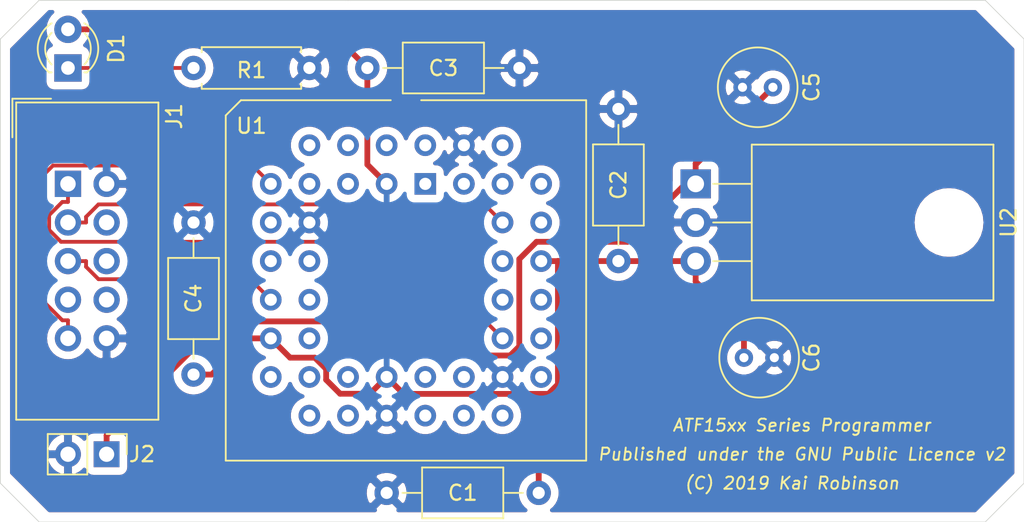
<source format=kicad_pcb>
(kicad_pcb (version 20171130) (host pcbnew "(5.1.2-1)-1")

  (general
    (thickness 1.6)
    (drawings 12)
    (tracks 70)
    (zones 0)
    (modules 12)
    (nets 45)
  )

  (page A4)
  (layers
    (0 F.Cu signal)
    (31 B.Cu power)
    (32 B.Adhes user)
    (33 F.Adhes user)
    (34 B.Paste user)
    (35 F.Paste user)
    (36 B.SilkS user)
    (37 F.SilkS user)
    (38 B.Mask user)
    (39 F.Mask user)
    (40 Dwgs.User user)
    (41 Cmts.User user)
    (42 Eco1.User user)
    (43 Eco2.User user)
    (44 Edge.Cuts user)
    (45 Margin user)
    (46 B.CrtYd user hide)
    (47 F.CrtYd user hide)
    (48 B.Fab user hide)
    (49 F.Fab user hide)
  )

  (setup
    (last_trace_width 0.25)
    (trace_clearance 0.2)
    (zone_clearance 0.508)
    (zone_45_only no)
    (trace_min 0.2)
    (via_size 0.6)
    (via_drill 0.3)
    (via_min_size 0.4)
    (via_min_drill 0.3)
    (uvia_size 0.3)
    (uvia_drill 0.1)
    (uvias_allowed no)
    (uvia_min_size 0.2)
    (uvia_min_drill 0.1)
    (edge_width 0.05)
    (segment_width 0.2)
    (pcb_text_width 0.3)
    (pcb_text_size 1.5 1.5)
    (mod_edge_width 0.12)
    (mod_text_size 0.8 0.8)
    (mod_text_width 0.125)
    (pad_size 1.524 1.524)
    (pad_drill 0.762)
    (pad_to_mask_clearance 0.051)
    (solder_mask_min_width 0.25)
    (aux_axis_origin 0 0)
    (visible_elements FFFFF77F)
    (pcbplotparams
      (layerselection 0x010fc_ffffffff)
      (usegerberextensions false)
      (usegerberattributes false)
      (usegerberadvancedattributes false)
      (creategerberjobfile false)
      (excludeedgelayer true)
      (linewidth 0.100000)
      (plotframeref false)
      (viasonmask false)
      (mode 1)
      (useauxorigin false)
      (hpglpennumber 1)
      (hpglpenspeed 20)
      (hpglpendiameter 15.000000)
      (psnegative false)
      (psa4output false)
      (plotreference true)
      (plotvalue true)
      (plotinvisibletext false)
      (padsonsilk false)
      (subtractmaskfromsilk false)
      (outputformat 1)
      (mirror false)
      (drillshape 1)
      (scaleselection 1)
      (outputdirectory ""))
  )

  (net 0 "")
  (net 1 /vcc5)
  (net 2 /gnd)
  (net 3 /vcc_in)
  (net 4 "Net-(D1-Pad1)")
  (net 5 /tdi)
  (net 6 "Net-(J1-Pad8)")
  (net 7 "Net-(J1-Pad7)")
  (net 8 "Net-(J1-Pad6)")
  (net 9 /tms)
  (net 10 "Net-(J1-Pad4)")
  (net 11 /tdo)
  (net 12 /tck)
  (net 13 "Net-(U1-Pad39)")
  (net 14 "Net-(U1-Pad37)")
  (net 15 "Net-(U1-Pad33)")
  (net 16 "Net-(U1-Pad31)")
  (net 17 "Net-(U1-Pad40)")
  (net 18 "Net-(U1-Pad36)")
  (net 19 "Net-(U1-Pad34)")
  (net 20 "Net-(U1-Pad28)")
  (net 21 "Net-(U1-Pad26)")
  (net 22 "Net-(U1-Pad24)")
  (net 23 "Net-(U1-Pad20)")
  (net 24 "Net-(U1-Pad18)")
  (net 25 "Net-(U1-Pad29)")
  (net 26 "Net-(U1-Pad27)")
  (net 27 "Net-(U1-Pad25)")
  (net 28 "Net-(U1-Pad21)")
  (net 29 "Net-(U1-Pad19)")
  (net 30 "Net-(U1-Pad17)")
  (net 31 "Net-(U1-Pad11)")
  (net 32 "Net-(U1-Pad9)")
  (net 33 "Net-(U1-Pad16)")
  (net 34 "Net-(U1-Pad14)")
  (net 35 "Net-(U1-Pad12)")
  (net 36 "Net-(U1-Pad8)")
  (net 37 "Net-(U1-Pad44)")
  (net 38 "Net-(U1-Pad6)")
  (net 39 "Net-(U1-Pad4)")
  (net 40 "Net-(U1-Pad2)")
  (net 41 "Net-(U1-Pad41)")
  (net 42 "Net-(U1-Pad43)")
  (net 43 "Net-(U1-Pad5)")
  (net 44 "Net-(U1-Pad1)")

  (net_class Default "This is the default net class."
    (clearance 0.2)
    (trace_width 0.25)
    (via_dia 0.6)
    (via_drill 0.3)
    (uvia_dia 0.3)
    (uvia_drill 0.1)
    (add_net /tck)
    (add_net /tdi)
    (add_net /tdo)
    (add_net /tms)
    (add_net "Net-(D1-Pad1)")
    (add_net "Net-(J1-Pad4)")
    (add_net "Net-(J1-Pad6)")
    (add_net "Net-(J1-Pad7)")
    (add_net "Net-(J1-Pad8)")
    (add_net "Net-(U1-Pad1)")
    (add_net "Net-(U1-Pad11)")
    (add_net "Net-(U1-Pad12)")
    (add_net "Net-(U1-Pad14)")
    (add_net "Net-(U1-Pad16)")
    (add_net "Net-(U1-Pad17)")
    (add_net "Net-(U1-Pad18)")
    (add_net "Net-(U1-Pad19)")
    (add_net "Net-(U1-Pad2)")
    (add_net "Net-(U1-Pad20)")
    (add_net "Net-(U1-Pad21)")
    (add_net "Net-(U1-Pad24)")
    (add_net "Net-(U1-Pad25)")
    (add_net "Net-(U1-Pad26)")
    (add_net "Net-(U1-Pad27)")
    (add_net "Net-(U1-Pad28)")
    (add_net "Net-(U1-Pad29)")
    (add_net "Net-(U1-Pad31)")
    (add_net "Net-(U1-Pad33)")
    (add_net "Net-(U1-Pad34)")
    (add_net "Net-(U1-Pad36)")
    (add_net "Net-(U1-Pad37)")
    (add_net "Net-(U1-Pad39)")
    (add_net "Net-(U1-Pad4)")
    (add_net "Net-(U1-Pad40)")
    (add_net "Net-(U1-Pad41)")
    (add_net "Net-(U1-Pad43)")
    (add_net "Net-(U1-Pad44)")
    (add_net "Net-(U1-Pad5)")
    (add_net "Net-(U1-Pad6)")
    (add_net "Net-(U1-Pad8)")
    (add_net "Net-(U1-Pad9)")
  )

  (net_class Power ""
    (clearance 0.2)
    (trace_width 0.381)
    (via_dia 0.8)
    (via_drill 0.4)
    (uvia_dia 0.3)
    (uvia_drill 0.1)
    (add_net /gnd)
    (add_net /vcc5)
    (add_net /vcc_in)
  )

  (module Resistor_THT:R_Axial_DIN0207_L6.3mm_D2.5mm_P7.62mm_Horizontal (layer F.Cu) (tedit 5AE5139B) (tstamp 5CFB5064)
    (at 133.35 79.375 180)
    (descr "Resistor, Axial_DIN0207 series, Axial, Horizontal, pin pitch=7.62mm, 0.25W = 1/4W, length*diameter=6.3*2.5mm^2, http://cdn-reichelt.de/documents/datenblatt/B400/1_4W%23YAG.pdf")
    (tags "Resistor Axial_DIN0207 series Axial Horizontal pin pitch 7.62mm 0.25W = 1/4W length 6.3mm diameter 2.5mm")
    (path /5CFBE1E9)
    (fp_text reference R1 (at 3.81 -0.15) (layer F.SilkS)
      (effects (font (size 1 1) (thickness 0.15)))
    )
    (fp_text value 1k (at 3.81 2.37) (layer F.Fab)
      (effects (font (size 1 1) (thickness 0.15)))
    )
    (fp_text user %R (at 3.81 0) (layer F.Fab)
      (effects (font (size 1 1) (thickness 0.15)))
    )
    (fp_line (start 8.67 -1.5) (end -1.05 -1.5) (layer F.CrtYd) (width 0.05))
    (fp_line (start 8.67 1.5) (end 8.67 -1.5) (layer F.CrtYd) (width 0.05))
    (fp_line (start -1.05 1.5) (end 8.67 1.5) (layer F.CrtYd) (width 0.05))
    (fp_line (start -1.05 -1.5) (end -1.05 1.5) (layer F.CrtYd) (width 0.05))
    (fp_line (start 7.08 1.37) (end 7.08 1.04) (layer F.SilkS) (width 0.12))
    (fp_line (start 0.54 1.37) (end 7.08 1.37) (layer F.SilkS) (width 0.12))
    (fp_line (start 0.54 1.04) (end 0.54 1.37) (layer F.SilkS) (width 0.12))
    (fp_line (start 7.08 -1.37) (end 7.08 -1.04) (layer F.SilkS) (width 0.12))
    (fp_line (start 0.54 -1.37) (end 7.08 -1.37) (layer F.SilkS) (width 0.12))
    (fp_line (start 0.54 -1.04) (end 0.54 -1.37) (layer F.SilkS) (width 0.12))
    (fp_line (start 7.62 0) (end 6.96 0) (layer F.Fab) (width 0.1))
    (fp_line (start 0 0) (end 0.66 0) (layer F.Fab) (width 0.1))
    (fp_line (start 6.96 -1.25) (end 0.66 -1.25) (layer F.Fab) (width 0.1))
    (fp_line (start 6.96 1.25) (end 6.96 -1.25) (layer F.Fab) (width 0.1))
    (fp_line (start 0.66 1.25) (end 6.96 1.25) (layer F.Fab) (width 0.1))
    (fp_line (start 0.66 -1.25) (end 0.66 1.25) (layer F.Fab) (width 0.1))
    (pad 2 thru_hole oval (at 7.62 0 180) (size 1.6 1.6) (drill 0.8) (layers *.Cu *.Mask)
      (net 4 "Net-(D1-Pad1)"))
    (pad 1 thru_hole circle (at 0 0 180) (size 1.6 1.6) (drill 0.8) (layers *.Cu *.Mask)
      (net 2 /gnd))
    (model ${KISYS3DMOD}/Resistor_THT.3dshapes/R_Axial_DIN0207_L6.3mm_D2.5mm_P7.62mm_Horizontal.wrl
      (at (xyz 0 0 0))
      (scale (xyz 1 1 1))
      (rotate (xyz 0 0 0))
    )
  )

  (module Package_LCC:PLCC-44_THT-Socket (layer F.Cu) (tedit 5A02ECC8) (tstamp 5CFB50AA)
    (at 140.97 86.995)
    (descr "PLCC, 44 pins, through hole")
    (tags "plcc leaded")
    (path /5CFAEE18)
    (fp_text reference U1 (at -11.43 -3.81) (layer F.SilkS)
      (effects (font (size 1 1) (thickness 0.15)))
    )
    (fp_text value ATF1502ASV-15JU44 (at -1.27 19.1) (layer F.Fab)
      (effects (font (size 1 1) (thickness 0.15)))
    )
    (fp_text user %R (at -1.27 6.35) (layer F.Fab)
      (effects (font (size 1 1) (thickness 0.15)))
    )
    (fp_line (start 10.58 -5.5) (end -0.27 -5.5) (layer F.SilkS) (width 0.12))
    (fp_line (start 10.58 18.2) (end 10.58 -5.5) (layer F.SilkS) (width 0.12))
    (fp_line (start -13.12 18.2) (end 10.58 18.2) (layer F.SilkS) (width 0.12))
    (fp_line (start -13.12 -4.5) (end -13.12 18.2) (layer F.SilkS) (width 0.12))
    (fp_line (start -12.12 -5.5) (end -13.12 -4.5) (layer F.SilkS) (width 0.12))
    (fp_line (start -2.27 -5.5) (end -12.12 -5.5) (layer F.SilkS) (width 0.12))
    (fp_line (start -1.27 -4.4) (end -0.77 -5.4) (layer F.Fab) (width 0.1))
    (fp_line (start -1.77 -5.4) (end -1.27 -4.4) (layer F.Fab) (width 0.1))
    (fp_line (start 7.94 -2.86) (end -10.48 -2.86) (layer F.Fab) (width 0.1))
    (fp_line (start 7.94 15.56) (end 7.94 -2.86) (layer F.Fab) (width 0.1))
    (fp_line (start -10.48 15.56) (end 7.94 15.56) (layer F.Fab) (width 0.1))
    (fp_line (start -10.48 -2.86) (end -10.48 15.56) (layer F.Fab) (width 0.1))
    (fp_line (start 10.98 -5.9) (end -13.52 -5.9) (layer F.CrtYd) (width 0.05))
    (fp_line (start 10.98 18.6) (end 10.98 -5.9) (layer F.CrtYd) (width 0.05))
    (fp_line (start -13.52 18.6) (end 10.98 18.6) (layer F.CrtYd) (width 0.05))
    (fp_line (start -13.52 -5.9) (end -13.52 18.6) (layer F.CrtYd) (width 0.05))
    (fp_line (start 10.48 -5.4) (end -12.02 -5.4) (layer F.Fab) (width 0.1))
    (fp_line (start 10.48 18.1) (end 10.48 -5.4) (layer F.Fab) (width 0.1))
    (fp_line (start -13.02 18.1) (end 10.48 18.1) (layer F.Fab) (width 0.1))
    (fp_line (start -13.02 -4.4) (end -13.02 18.1) (layer F.Fab) (width 0.1))
    (fp_line (start -12.02 -5.4) (end -13.02 -4.4) (layer F.Fab) (width 0.1))
    (pad 39 thru_hole circle (at 7.62 0) (size 1.4224 1.4224) (drill 0.8) (layers *.Cu *.Mask)
      (net 13 "Net-(U1-Pad39)"))
    (pad 37 thru_hole circle (at 7.62 2.54) (size 1.4224 1.4224) (drill 0.8) (layers *.Cu *.Mask)
      (net 14 "Net-(U1-Pad37)"))
    (pad 35 thru_hole circle (at 7.62 5.08) (size 1.4224 1.4224) (drill 0.8) (layers *.Cu *.Mask)
      (net 1 /vcc5))
    (pad 33 thru_hole circle (at 7.62 7.62) (size 1.4224 1.4224) (drill 0.8) (layers *.Cu *.Mask)
      (net 15 "Net-(U1-Pad33)"))
    (pad 31 thru_hole circle (at 7.62 10.16) (size 1.4224 1.4224) (drill 0.8) (layers *.Cu *.Mask)
      (net 16 "Net-(U1-Pad31)"))
    (pad 40 thru_hole circle (at 5.08 -2.54) (size 1.4224 1.4224) (drill 0.8) (layers *.Cu *.Mask)
      (net 17 "Net-(U1-Pad40)"))
    (pad 38 thru_hole circle (at 5.08 2.54) (size 1.4224 1.4224) (drill 0.8) (layers *.Cu *.Mask)
      (net 11 /tdo))
    (pad 36 thru_hole circle (at 5.08 5.08) (size 1.4224 1.4224) (drill 0.8) (layers *.Cu *.Mask)
      (net 18 "Net-(U1-Pad36)"))
    (pad 34 thru_hole circle (at 5.08 7.62) (size 1.4224 1.4224) (drill 0.8) (layers *.Cu *.Mask)
      (net 19 "Net-(U1-Pad34)"))
    (pad 32 thru_hole circle (at 5.08 10.16) (size 1.4224 1.4224) (drill 0.8) (layers *.Cu *.Mask)
      (net 12 /tck))
    (pad 30 thru_hole circle (at 5.08 12.7) (size 1.4224 1.4224) (drill 0.8) (layers *.Cu *.Mask)
      (net 2 /gnd))
    (pad 28 thru_hole circle (at 5.08 15.24) (size 1.4224 1.4224) (drill 0.8) (layers *.Cu *.Mask)
      (net 20 "Net-(U1-Pad28)"))
    (pad 26 thru_hole circle (at 2.54 15.24) (size 1.4224 1.4224) (drill 0.8) (layers *.Cu *.Mask)
      (net 21 "Net-(U1-Pad26)"))
    (pad 24 thru_hole circle (at 0 15.24) (size 1.4224 1.4224) (drill 0.8) (layers *.Cu *.Mask)
      (net 22 "Net-(U1-Pad24)"))
    (pad 22 thru_hole circle (at -2.54 15.24) (size 1.4224 1.4224) (drill 0.8) (layers *.Cu *.Mask)
      (net 2 /gnd))
    (pad 20 thru_hole circle (at -5.08 15.24) (size 1.4224 1.4224) (drill 0.8) (layers *.Cu *.Mask)
      (net 23 "Net-(U1-Pad20)"))
    (pad 18 thru_hole circle (at -7.62 15.24) (size 1.4224 1.4224) (drill 0.8) (layers *.Cu *.Mask)
      (net 24 "Net-(U1-Pad18)"))
    (pad 29 thru_hole circle (at 7.62 12.7) (size 1.4224 1.4224) (drill 0.8) (layers *.Cu *.Mask)
      (net 25 "Net-(U1-Pad29)"))
    (pad 27 thru_hole circle (at 2.54 12.7) (size 1.4224 1.4224) (drill 0.8) (layers *.Cu *.Mask)
      (net 26 "Net-(U1-Pad27)"))
    (pad 25 thru_hole circle (at 0 12.7) (size 1.4224 1.4224) (drill 0.8) (layers *.Cu *.Mask)
      (net 27 "Net-(U1-Pad25)"))
    (pad 23 thru_hole circle (at -2.54 12.7) (size 1.4224 1.4224) (drill 0.8) (layers *.Cu *.Mask)
      (net 1 /vcc5))
    (pad 21 thru_hole circle (at -5.08 12.7) (size 1.4224 1.4224) (drill 0.8) (layers *.Cu *.Mask)
      (net 28 "Net-(U1-Pad21)"))
    (pad 19 thru_hole circle (at -7.62 12.7) (size 1.4224 1.4224) (drill 0.8) (layers *.Cu *.Mask)
      (net 29 "Net-(U1-Pad19)"))
    (pad 17 thru_hole circle (at -10.16 12.7) (size 1.4224 1.4224) (drill 0.8) (layers *.Cu *.Mask)
      (net 30 "Net-(U1-Pad17)"))
    (pad 15 thru_hole circle (at -10.16 10.16) (size 1.4224 1.4224) (drill 0.8) (layers *.Cu *.Mask)
      (net 1 /vcc5))
    (pad 13 thru_hole circle (at -10.16 7.62) (size 1.4224 1.4224) (drill 0.8) (layers *.Cu *.Mask)
      (net 9 /tms))
    (pad 11 thru_hole circle (at -10.16 5.08) (size 1.4224 1.4224) (drill 0.8) (layers *.Cu *.Mask)
      (net 31 "Net-(U1-Pad11)"))
    (pad 9 thru_hole circle (at -10.16 2.54) (size 1.4224 1.4224) (drill 0.8) (layers *.Cu *.Mask)
      (net 32 "Net-(U1-Pad9)"))
    (pad 7 thru_hole circle (at -10.16 0) (size 1.4224 1.4224) (drill 0.8) (layers *.Cu *.Mask)
      (net 5 /tdi))
    (pad 16 thru_hole circle (at -7.62 10.16) (size 1.4224 1.4224) (drill 0.8) (layers *.Cu *.Mask)
      (net 33 "Net-(U1-Pad16)"))
    (pad 14 thru_hole circle (at -7.62 7.62) (size 1.4224 1.4224) (drill 0.8) (layers *.Cu *.Mask)
      (net 34 "Net-(U1-Pad14)"))
    (pad 12 thru_hole circle (at -7.62 5.08) (size 1.4224 1.4224) (drill 0.8) (layers *.Cu *.Mask)
      (net 35 "Net-(U1-Pad12)"))
    (pad 10 thru_hole circle (at -7.62 2.54) (size 1.4224 1.4224) (drill 0.8) (layers *.Cu *.Mask)
      (net 2 /gnd))
    (pad 8 thru_hole circle (at -7.62 0) (size 1.4224 1.4224) (drill 0.8) (layers *.Cu *.Mask)
      (net 36 "Net-(U1-Pad8)"))
    (pad 42 thru_hole circle (at 2.54 -2.54) (size 1.4224 1.4224) (drill 0.8) (layers *.Cu *.Mask)
      (net 2 /gnd))
    (pad 44 thru_hole circle (at 0 -2.54) (size 1.4224 1.4224) (drill 0.8) (layers *.Cu *.Mask)
      (net 37 "Net-(U1-Pad44)"))
    (pad 6 thru_hole circle (at -7.62 -2.54) (size 1.4224 1.4224) (drill 0.8) (layers *.Cu *.Mask)
      (net 38 "Net-(U1-Pad6)"))
    (pad 4 thru_hole circle (at -5.08 -2.54) (size 1.4224 1.4224) (drill 0.8) (layers *.Cu *.Mask)
      (net 39 "Net-(U1-Pad4)"))
    (pad 2 thru_hole circle (at -2.54 -2.54) (size 1.4224 1.4224) (drill 0.8) (layers *.Cu *.Mask)
      (net 40 "Net-(U1-Pad2)"))
    (pad 41 thru_hole circle (at 5.08 0) (size 1.4224 1.4224) (drill 0.8) (layers *.Cu *.Mask)
      (net 41 "Net-(U1-Pad41)"))
    (pad 43 thru_hole circle (at 2.54 0) (size 1.4224 1.4224) (drill 0.8) (layers *.Cu *.Mask)
      (net 42 "Net-(U1-Pad43)"))
    (pad 5 thru_hole circle (at -5.08 0) (size 1.4224 1.4224) (drill 0.8) (layers *.Cu *.Mask)
      (net 43 "Net-(U1-Pad5)"))
    (pad 3 thru_hole circle (at -2.54 0) (size 1.4224 1.4224) (drill 0.8) (layers *.Cu *.Mask)
      (net 1 /vcc5))
    (pad 1 thru_hole rect (at 0 0) (size 1.4224 1.4224) (drill 0.8) (layers *.Cu *.Mask)
      (net 44 "Net-(U1-Pad1)"))
    (model ${KISYS3DMOD}/Package_LCC.3dshapes/PLCC-44_THT-Socket.wrl
      (at (xyz 0 0 0))
      (scale (xyz 1 1 1))
      (rotate (xyz 0 0 0))
    )
  )

  (module Connector_PinHeader_2.54mm:PinHeader_1x02_P2.54mm_Vertical (layer F.Cu) (tedit 59FED5CC) (tstamp 5CFB504D)
    (at 120.015 104.775 270)
    (descr "Through hole straight pin header, 1x02, 2.54mm pitch, single row")
    (tags "Through hole pin header THT 1x02 2.54mm single row")
    (path /5CFC9E7F)
    (fp_text reference J2 (at 0 -2.33 180) (layer F.SilkS)
      (effects (font (size 1 1) (thickness 0.15)))
    )
    (fp_text value Conn_01x02_Male (at 0 4.87 90) (layer F.Fab)
      (effects (font (size 1 1) (thickness 0.15)))
    )
    (fp_text user %R (at 0 1.27) (layer F.Fab)
      (effects (font (size 1 1) (thickness 0.15)))
    )
    (fp_line (start 1.8 -1.8) (end -1.8 -1.8) (layer F.CrtYd) (width 0.05))
    (fp_line (start 1.8 4.35) (end 1.8 -1.8) (layer F.CrtYd) (width 0.05))
    (fp_line (start -1.8 4.35) (end 1.8 4.35) (layer F.CrtYd) (width 0.05))
    (fp_line (start -1.8 -1.8) (end -1.8 4.35) (layer F.CrtYd) (width 0.05))
    (fp_line (start -1.33 -1.33) (end 0 -1.33) (layer F.SilkS) (width 0.12))
    (fp_line (start -1.33 0) (end -1.33 -1.33) (layer F.SilkS) (width 0.12))
    (fp_line (start -1.33 1.27) (end 1.33 1.27) (layer F.SilkS) (width 0.12))
    (fp_line (start 1.33 1.27) (end 1.33 3.87) (layer F.SilkS) (width 0.12))
    (fp_line (start -1.33 1.27) (end -1.33 3.87) (layer F.SilkS) (width 0.12))
    (fp_line (start -1.33 3.87) (end 1.33 3.87) (layer F.SilkS) (width 0.12))
    (fp_line (start -1.27 -0.635) (end -0.635 -1.27) (layer F.Fab) (width 0.1))
    (fp_line (start -1.27 3.81) (end -1.27 -0.635) (layer F.Fab) (width 0.1))
    (fp_line (start 1.27 3.81) (end -1.27 3.81) (layer F.Fab) (width 0.1))
    (fp_line (start 1.27 -1.27) (end 1.27 3.81) (layer F.Fab) (width 0.1))
    (fp_line (start -0.635 -1.27) (end 1.27 -1.27) (layer F.Fab) (width 0.1))
    (pad 2 thru_hole oval (at 0 2.54 270) (size 1.7 1.7) (drill 1) (layers *.Cu *.Mask)
      (net 2 /gnd))
    (pad 1 thru_hole rect (at 0 0 270) (size 1.7 1.7) (drill 1) (layers *.Cu *.Mask)
      (net 3 /vcc_in))
    (model ${KISYS3DMOD}/Connector_PinHeader_2.54mm.3dshapes/PinHeader_1x02_P2.54mm_Vertical.wrl
      (at (xyz 0 0 0))
      (scale (xyz 1 1 1))
      (rotate (xyz 0 0 0))
    )
  )

  (module Connector_IDC:IDC-Header_2x05_P2.54mm_Vertical (layer F.Cu) (tedit 59DE0611) (tstamp 5CFB5037)
    (at 117.475 86.995)
    (descr "Through hole straight IDC box header, 2x05, 2.54mm pitch, double rows")
    (tags "Through hole IDC box header THT 2x05 2.54mm double row")
    (path /5CFB9566)
    (fp_text reference J1 (at 6.985 -4.445 90) (layer F.SilkS)
      (effects (font (size 1 1) (thickness 0.15)))
    )
    (fp_text value AVR-JTAG-10 (at 1.27 16.764) (layer F.Fab)
      (effects (font (size 1 1) (thickness 0.15)))
    )
    (fp_line (start -3.655 -5.6) (end -1.115 -5.6) (layer F.SilkS) (width 0.12))
    (fp_line (start -3.655 -5.6) (end -3.655 -3.06) (layer F.SilkS) (width 0.12))
    (fp_line (start -3.405 -5.35) (end 5.945 -5.35) (layer F.SilkS) (width 0.12))
    (fp_line (start -3.405 15.51) (end -3.405 -5.35) (layer F.SilkS) (width 0.12))
    (fp_line (start 5.945 15.51) (end -3.405 15.51) (layer F.SilkS) (width 0.12))
    (fp_line (start 5.945 -5.35) (end 5.945 15.51) (layer F.SilkS) (width 0.12))
    (fp_line (start -3.41 -5.35) (end 5.95 -5.35) (layer F.CrtYd) (width 0.05))
    (fp_line (start -3.41 15.51) (end -3.41 -5.35) (layer F.CrtYd) (width 0.05))
    (fp_line (start 5.95 15.51) (end -3.41 15.51) (layer F.CrtYd) (width 0.05))
    (fp_line (start 5.95 -5.35) (end 5.95 15.51) (layer F.CrtYd) (width 0.05))
    (fp_line (start -3.155 15.26) (end -2.605 14.7) (layer F.Fab) (width 0.1))
    (fp_line (start -3.155 -5.1) (end -2.605 -4.56) (layer F.Fab) (width 0.1))
    (fp_line (start 5.695 15.26) (end 5.145 14.7) (layer F.Fab) (width 0.1))
    (fp_line (start 5.695 -5.1) (end 5.145 -4.56) (layer F.Fab) (width 0.1))
    (fp_line (start 5.145 14.7) (end -2.605 14.7) (layer F.Fab) (width 0.1))
    (fp_line (start 5.695 15.26) (end -3.155 15.26) (layer F.Fab) (width 0.1))
    (fp_line (start 5.145 -4.56) (end -2.605 -4.56) (layer F.Fab) (width 0.1))
    (fp_line (start 5.695 -5.1) (end -3.155 -5.1) (layer F.Fab) (width 0.1))
    (fp_line (start -2.605 7.33) (end -3.155 7.33) (layer F.Fab) (width 0.1))
    (fp_line (start -2.605 2.83) (end -3.155 2.83) (layer F.Fab) (width 0.1))
    (fp_line (start -2.605 7.33) (end -2.605 14.7) (layer F.Fab) (width 0.1))
    (fp_line (start -2.605 -4.56) (end -2.605 2.83) (layer F.Fab) (width 0.1))
    (fp_line (start -3.155 -5.1) (end -3.155 15.26) (layer F.Fab) (width 0.1))
    (fp_line (start 5.145 -4.56) (end 5.145 14.7) (layer F.Fab) (width 0.1))
    (fp_line (start 5.695 -5.1) (end 5.695 15.26) (layer F.Fab) (width 0.1))
    (fp_text user %R (at 1.27 5.08) (layer F.Fab)
      (effects (font (size 1 1) (thickness 0.15)))
    )
    (pad 10 thru_hole oval (at 2.54 10.16) (size 1.7272 1.7272) (drill 1.016) (layers *.Cu *.Mask)
      (net 2 /gnd))
    (pad 9 thru_hole oval (at 0 10.16) (size 1.7272 1.7272) (drill 1.016) (layers *.Cu *.Mask)
      (net 5 /tdi))
    (pad 8 thru_hole oval (at 2.54 7.62) (size 1.7272 1.7272) (drill 1.016) (layers *.Cu *.Mask)
      (net 6 "Net-(J1-Pad8)"))
    (pad 7 thru_hole oval (at 0 7.62) (size 1.7272 1.7272) (drill 1.016) (layers *.Cu *.Mask)
      (net 7 "Net-(J1-Pad7)"))
    (pad 6 thru_hole oval (at 2.54 5.08) (size 1.7272 1.7272) (drill 1.016) (layers *.Cu *.Mask)
      (net 8 "Net-(J1-Pad6)"))
    (pad 5 thru_hole oval (at 0 5.08) (size 1.7272 1.7272) (drill 1.016) (layers *.Cu *.Mask)
      (net 9 /tms))
    (pad 4 thru_hole oval (at 2.54 2.54) (size 1.7272 1.7272) (drill 1.016) (layers *.Cu *.Mask)
      (net 10 "Net-(J1-Pad4)"))
    (pad 3 thru_hole oval (at 0 2.54) (size 1.7272 1.7272) (drill 1.016) (layers *.Cu *.Mask)
      (net 11 /tdo))
    (pad 2 thru_hole oval (at 2.54 0) (size 1.7272 1.7272) (drill 1.016) (layers *.Cu *.Mask)
      (net 2 /gnd))
    (pad 1 thru_hole rect (at 0 0) (size 1.7272 1.7272) (drill 1.016) (layers *.Cu *.Mask)
      (net 12 /tck))
    (model ${KISYS3DMOD}/Connector_IDC.3dshapes/IDC-Header_2x05_P2.54mm_Vertical.wrl
      (at (xyz 0 0 0))
      (scale (xyz 1 1 1))
      (rotate (xyz 0 0 0))
    )
  )

  (module LED_THT:LED_D3.0mm (layer F.Cu) (tedit 587A3A7B) (tstamp 5CFB500F)
    (at 117.475 79.375 90)
    (descr "LED, diameter 3.0mm, 2 pins")
    (tags "LED diameter 3.0mm 2 pins")
    (path /5CFBDA2B)
    (fp_text reference D1 (at 1.27 3.175 90) (layer F.SilkS)
      (effects (font (size 1 1) (thickness 0.15)))
    )
    (fp_text value LED_ALT (at 1.27 2.96 90) (layer F.Fab)
      (effects (font (size 1 1) (thickness 0.15)))
    )
    (fp_line (start 3.7 -2.25) (end -1.15 -2.25) (layer F.CrtYd) (width 0.05))
    (fp_line (start 3.7 2.25) (end 3.7 -2.25) (layer F.CrtYd) (width 0.05))
    (fp_line (start -1.15 2.25) (end 3.7 2.25) (layer F.CrtYd) (width 0.05))
    (fp_line (start -1.15 -2.25) (end -1.15 2.25) (layer F.CrtYd) (width 0.05))
    (fp_line (start -0.29 1.08) (end -0.29 1.236) (layer F.SilkS) (width 0.12))
    (fp_line (start -0.29 -1.236) (end -0.29 -1.08) (layer F.SilkS) (width 0.12))
    (fp_line (start -0.23 -1.16619) (end -0.23 1.16619) (layer F.Fab) (width 0.1))
    (fp_circle (center 1.27 0) (end 2.77 0) (layer F.Fab) (width 0.1))
    (fp_arc (start 1.27 0) (end 0.229039 1.08) (angle -87.9) (layer F.SilkS) (width 0.12))
    (fp_arc (start 1.27 0) (end 0.229039 -1.08) (angle 87.9) (layer F.SilkS) (width 0.12))
    (fp_arc (start 1.27 0) (end -0.29 1.235516) (angle -108.8) (layer F.SilkS) (width 0.12))
    (fp_arc (start 1.27 0) (end -0.29 -1.235516) (angle 108.8) (layer F.SilkS) (width 0.12))
    (fp_arc (start 1.27 0) (end -0.23 -1.16619) (angle 284.3) (layer F.Fab) (width 0.1))
    (pad 2 thru_hole circle (at 2.54 0 90) (size 1.8 1.8) (drill 0.9) (layers *.Cu *.Mask)
      (net 1 /vcc5))
    (pad 1 thru_hole rect (at 0 0 90) (size 1.8 1.8) (drill 0.9) (layers *.Cu *.Mask)
      (net 4 "Net-(D1-Pad1)"))
    (model ${KISYS3DMOD}/LED_THT.3dshapes/LED_D3.0mm.wrl
      (at (xyz 0 0 0))
      (scale (xyz 1 1 1))
      (rotate (xyz 0 0 0))
    )
  )

  (module Capacitor_THT:C_Radial_D5.0mm_H5.0mm_P2.00mm (layer F.Cu) (tedit 5BC5C9B9) (tstamp 5CFB4FFC)
    (at 161.925 98.425)
    (descr "C, Radial series, Radial, pin pitch=2.00mm, diameter=5mm, height=5mm, Non-Polar Electrolytic Capacitor")
    (tags "C Radial series Radial pin pitch 2.00mm diameter 5mm height 5mm Non-Polar Electrolytic Capacitor")
    (path /5CFBD30B)
    (fp_text reference C6 (at 4.445 0 270) (layer F.SilkS)
      (effects (font (size 1 1) (thickness 0.15)))
    )
    (fp_text value 0.1uF (at 1 3.75) (layer F.Fab)
      (effects (font (size 1 1) (thickness 0.15)))
    )
    (fp_text user %R (at 1 0) (layer F.Fab)
      (effects (font (size 1 1) (thickness 0.15)))
    )
    (fp_circle (center 1 0) (end 3.75 0) (layer F.CrtYd) (width 0.05))
    (fp_circle (center 1 0) (end 3.62 0) (layer F.SilkS) (width 0.12))
    (fp_circle (center 1 0) (end 3.5 0) (layer F.Fab) (width 0.1))
    (pad 2 thru_hole circle (at 2 0) (size 1.2 1.2) (drill 0.6) (layers *.Cu *.Mask)
      (net 2 /gnd))
    (pad 1 thru_hole circle (at 0 0) (size 1.2 1.2) (drill 0.6) (layers *.Cu *.Mask)
      (net 1 /vcc5))
    (model ${KISYS3DMOD}/Capacitor_THT.3dshapes/C_Radial_D5.0mm_H5.0mm_P2.00mm.wrl
      (at (xyz 0 0 0))
      (scale (xyz 1 1 1))
      (rotate (xyz 0 0 0))
    )
  )

  (module Capacitor_THT:C_Radial_D5.0mm_H5.0mm_P2.00mm (layer F.Cu) (tedit 5BC5C9B9) (tstamp 5CFB4FF2)
    (at 163.83 80.645 180)
    (descr "C, Radial series, Radial, pin pitch=2.00mm, diameter=5mm, height=5mm, Non-Polar Electrolytic Capacitor")
    (tags "C Radial series Radial pin pitch 2.00mm diameter 5mm height 5mm Non-Polar Electrolytic Capacitor")
    (path /5CFBD087)
    (fp_text reference C5 (at -2.54 0 270) (layer F.SilkS)
      (effects (font (size 1 1) (thickness 0.15)))
    )
    (fp_text value 0.33uF (at 1 3.75) (layer F.Fab)
      (effects (font (size 1 1) (thickness 0.15)))
    )
    (fp_text user %R (at 1 0) (layer F.Fab)
      (effects (font (size 1 1) (thickness 0.15)))
    )
    (fp_circle (center 1 0) (end 3.75 0) (layer F.CrtYd) (width 0.05))
    (fp_circle (center 1 0) (end 3.62 0) (layer F.SilkS) (width 0.12))
    (fp_circle (center 1 0) (end 3.5 0) (layer F.Fab) (width 0.1))
    (pad 2 thru_hole circle (at 2 0 180) (size 1.2 1.2) (drill 0.6) (layers *.Cu *.Mask)
      (net 2 /gnd))
    (pad 1 thru_hole circle (at 0 0 180) (size 1.2 1.2) (drill 0.6) (layers *.Cu *.Mask)
      (net 3 /vcc_in))
    (model ${KISYS3DMOD}/Capacitor_THT.3dshapes/C_Radial_D5.0mm_H5.0mm_P2.00mm.wrl
      (at (xyz 0 0 0))
      (scale (xyz 1 1 1))
      (rotate (xyz 0 0 0))
    )
  )

  (module Capacitor_THT:C_Axial_L5.1mm_D3.1mm_P10.00mm_Horizontal (layer F.Cu) (tedit 5AE50EF0) (tstamp 5CFB4FE8)
    (at 125.73 89.535 270)
    (descr "C, Axial series, Axial, Horizontal, pin pitch=10mm, , length*diameter=5.1*3.1mm^2, http://www.vishay.com/docs/45231/arseries.pdf")
    (tags "C Axial series Axial Horizontal pin pitch 10mm  length 5.1mm diameter 3.1mm")
    (path /5CFB00B9)
    (fp_text reference C4 (at 5 0 90) (layer F.SilkS)
      (effects (font (size 1 1) (thickness 0.15)))
    )
    (fp_text value 0.1uF (at 5 2.67 90) (layer F.Fab)
      (effects (font (size 1 1) (thickness 0.15)))
    )
    (fp_text user %R (at 5 0 90) (layer F.Fab)
      (effects (font (size 1 1) (thickness 0.15)))
    )
    (fp_line (start 11.05 -1.8) (end -1.05 -1.8) (layer F.CrtYd) (width 0.05))
    (fp_line (start 11.05 1.8) (end 11.05 -1.8) (layer F.CrtYd) (width 0.05))
    (fp_line (start -1.05 1.8) (end 11.05 1.8) (layer F.CrtYd) (width 0.05))
    (fp_line (start -1.05 -1.8) (end -1.05 1.8) (layer F.CrtYd) (width 0.05))
    (fp_line (start 8.96 0) (end 7.67 0) (layer F.SilkS) (width 0.12))
    (fp_line (start 1.04 0) (end 2.33 0) (layer F.SilkS) (width 0.12))
    (fp_line (start 7.67 -1.67) (end 2.33 -1.67) (layer F.SilkS) (width 0.12))
    (fp_line (start 7.67 1.67) (end 7.67 -1.67) (layer F.SilkS) (width 0.12))
    (fp_line (start 2.33 1.67) (end 7.67 1.67) (layer F.SilkS) (width 0.12))
    (fp_line (start 2.33 -1.67) (end 2.33 1.67) (layer F.SilkS) (width 0.12))
    (fp_line (start 10 0) (end 7.55 0) (layer F.Fab) (width 0.1))
    (fp_line (start 0 0) (end 2.45 0) (layer F.Fab) (width 0.1))
    (fp_line (start 7.55 -1.55) (end 2.45 -1.55) (layer F.Fab) (width 0.1))
    (fp_line (start 7.55 1.55) (end 7.55 -1.55) (layer F.Fab) (width 0.1))
    (fp_line (start 2.45 1.55) (end 7.55 1.55) (layer F.Fab) (width 0.1))
    (fp_line (start 2.45 -1.55) (end 2.45 1.55) (layer F.Fab) (width 0.1))
    (pad 2 thru_hole oval (at 10 0 270) (size 1.6 1.6) (drill 0.8) (layers *.Cu *.Mask)
      (net 1 /vcc5))
    (pad 1 thru_hole circle (at 0 0 270) (size 1.6 1.6) (drill 0.8) (layers *.Cu *.Mask)
      (net 2 /gnd))
    (model ${KISYS3DMOD}/Capacitor_THT.3dshapes/C_Axial_L5.1mm_D3.1mm_P10.00mm_Horizontal.wrl
      (at (xyz 0 0 0))
      (scale (xyz 1 1 1))
      (rotate (xyz 0 0 0))
    )
  )

  (module Capacitor_THT:C_Axial_L5.1mm_D3.1mm_P10.00mm_Horizontal (layer F.Cu) (tedit 5AE50EF0) (tstamp 5CFB4FD1)
    (at 137.16 79.375)
    (descr "C, Axial series, Axial, Horizontal, pin pitch=10mm, , length*diameter=5.1*3.1mm^2, http://www.vishay.com/docs/45231/arseries.pdf")
    (tags "C Axial series Axial Horizontal pin pitch 10mm  length 5.1mm diameter 3.1mm")
    (path /5CFAFC35)
    (fp_text reference C3 (at 5 0.0127) (layer F.SilkS)
      (effects (font (size 1 1) (thickness 0.15)))
    )
    (fp_text value 0.1uF (at 5 2.67) (layer F.Fab)
      (effects (font (size 1 1) (thickness 0.15)))
    )
    (fp_text user %R (at 5 0) (layer F.Fab)
      (effects (font (size 1 1) (thickness 0.15)))
    )
    (fp_line (start 11.05 -1.8) (end -1.05 -1.8) (layer F.CrtYd) (width 0.05))
    (fp_line (start 11.05 1.8) (end 11.05 -1.8) (layer F.CrtYd) (width 0.05))
    (fp_line (start -1.05 1.8) (end 11.05 1.8) (layer F.CrtYd) (width 0.05))
    (fp_line (start -1.05 -1.8) (end -1.05 1.8) (layer F.CrtYd) (width 0.05))
    (fp_line (start 8.96 0) (end 7.67 0) (layer F.SilkS) (width 0.12))
    (fp_line (start 1.04 0) (end 2.33 0) (layer F.SilkS) (width 0.12))
    (fp_line (start 7.67 -1.67) (end 2.33 -1.67) (layer F.SilkS) (width 0.12))
    (fp_line (start 7.67 1.67) (end 7.67 -1.67) (layer F.SilkS) (width 0.12))
    (fp_line (start 2.33 1.67) (end 7.67 1.67) (layer F.SilkS) (width 0.12))
    (fp_line (start 2.33 -1.67) (end 2.33 1.67) (layer F.SilkS) (width 0.12))
    (fp_line (start 10 0) (end 7.55 0) (layer F.Fab) (width 0.1))
    (fp_line (start 0 0) (end 2.45 0) (layer F.Fab) (width 0.1))
    (fp_line (start 7.55 -1.55) (end 2.45 -1.55) (layer F.Fab) (width 0.1))
    (fp_line (start 7.55 1.55) (end 7.55 -1.55) (layer F.Fab) (width 0.1))
    (fp_line (start 2.45 1.55) (end 7.55 1.55) (layer F.Fab) (width 0.1))
    (fp_line (start 2.45 -1.55) (end 2.45 1.55) (layer F.Fab) (width 0.1))
    (pad 2 thru_hole oval (at 10 0) (size 1.6 1.6) (drill 0.8) (layers *.Cu *.Mask)
      (net 2 /gnd))
    (pad 1 thru_hole circle (at 0 0) (size 1.6 1.6) (drill 0.8) (layers *.Cu *.Mask)
      (net 1 /vcc5))
    (model ${KISYS3DMOD}/Capacitor_THT.3dshapes/C_Axial_L5.1mm_D3.1mm_P10.00mm_Horizontal.wrl
      (at (xyz 0 0 0))
      (scale (xyz 1 1 1))
      (rotate (xyz 0 0 0))
    )
  )

  (module Capacitor_THT:C_Axial_L5.1mm_D3.1mm_P10.00mm_Horizontal (layer F.Cu) (tedit 5AE50EF0) (tstamp 5CFB4FBA)
    (at 153.67 92.07 90)
    (descr "C, Axial series, Axial, Horizontal, pin pitch=10mm, , length*diameter=5.1*3.1mm^2, http://www.vishay.com/docs/45231/arseries.pdf")
    (tags "C Axial series Axial Horizontal pin pitch 10mm  length 5.1mm diameter 3.1mm")
    (path /5CFAF9DF)
    (fp_text reference C2 (at 5 0.005 90) (layer F.SilkS)
      (effects (font (size 1 1) (thickness 0.15)))
    )
    (fp_text value 0.1uF (at 5 2.67 90) (layer F.Fab)
      (effects (font (size 1 1) (thickness 0.15)))
    )
    (fp_text user %R (at 5 0 90) (layer F.Fab)
      (effects (font (size 1 1) (thickness 0.15)))
    )
    (fp_line (start 11.05 -1.8) (end -1.05 -1.8) (layer F.CrtYd) (width 0.05))
    (fp_line (start 11.05 1.8) (end 11.05 -1.8) (layer F.CrtYd) (width 0.05))
    (fp_line (start -1.05 1.8) (end 11.05 1.8) (layer F.CrtYd) (width 0.05))
    (fp_line (start -1.05 -1.8) (end -1.05 1.8) (layer F.CrtYd) (width 0.05))
    (fp_line (start 8.96 0) (end 7.67 0) (layer F.SilkS) (width 0.12))
    (fp_line (start 1.04 0) (end 2.33 0) (layer F.SilkS) (width 0.12))
    (fp_line (start 7.67 -1.67) (end 2.33 -1.67) (layer F.SilkS) (width 0.12))
    (fp_line (start 7.67 1.67) (end 7.67 -1.67) (layer F.SilkS) (width 0.12))
    (fp_line (start 2.33 1.67) (end 7.67 1.67) (layer F.SilkS) (width 0.12))
    (fp_line (start 2.33 -1.67) (end 2.33 1.67) (layer F.SilkS) (width 0.12))
    (fp_line (start 10 0) (end 7.55 0) (layer F.Fab) (width 0.1))
    (fp_line (start 0 0) (end 2.45 0) (layer F.Fab) (width 0.1))
    (fp_line (start 7.55 -1.55) (end 2.45 -1.55) (layer F.Fab) (width 0.1))
    (fp_line (start 7.55 1.55) (end 7.55 -1.55) (layer F.Fab) (width 0.1))
    (fp_line (start 2.45 1.55) (end 7.55 1.55) (layer F.Fab) (width 0.1))
    (fp_line (start 2.45 -1.55) (end 2.45 1.55) (layer F.Fab) (width 0.1))
    (pad 2 thru_hole oval (at 10 0 90) (size 1.6 1.6) (drill 0.8) (layers *.Cu *.Mask)
      (net 2 /gnd))
    (pad 1 thru_hole circle (at 0 0 90) (size 1.6 1.6) (drill 0.8) (layers *.Cu *.Mask)
      (net 1 /vcc5))
    (model ${KISYS3DMOD}/Capacitor_THT.3dshapes/C_Axial_L5.1mm_D3.1mm_P10.00mm_Horizontal.wrl
      (at (xyz 0 0 0))
      (scale (xyz 1 1 1))
      (rotate (xyz 0 0 0))
    )
  )

  (module Capacitor_THT:C_Axial_L5.1mm_D3.1mm_P10.00mm_Horizontal (layer F.Cu) (tedit 5AE50EF0) (tstamp 5CFB4FA3)
    (at 138.43 107.315)
    (descr "C, Axial series, Axial, Horizontal, pin pitch=10mm, , length*diameter=5.1*3.1mm^2, http://www.vishay.com/docs/45231/arseries.pdf")
    (tags "C Axial series Axial Horizontal pin pitch 10mm  length 5.1mm diameter 3.1mm")
    (path /5CFB039F)
    (fp_text reference C1 (at 5 0) (layer F.SilkS)
      (effects (font (size 1 1) (thickness 0.15)))
    )
    (fp_text value 0.1uF (at 5 2.67) (layer F.Fab)
      (effects (font (size 1 1) (thickness 0.15)))
    )
    (fp_text user %R (at 5 0) (layer F.Fab)
      (effects (font (size 1 1) (thickness 0.15)))
    )
    (fp_line (start 11.05 -1.8) (end -1.05 -1.8) (layer F.CrtYd) (width 0.05))
    (fp_line (start 11.05 1.8) (end 11.05 -1.8) (layer F.CrtYd) (width 0.05))
    (fp_line (start -1.05 1.8) (end 11.05 1.8) (layer F.CrtYd) (width 0.05))
    (fp_line (start -1.05 -1.8) (end -1.05 1.8) (layer F.CrtYd) (width 0.05))
    (fp_line (start 8.96 0) (end 7.67 0) (layer F.SilkS) (width 0.12))
    (fp_line (start 1.04 0) (end 2.33 0) (layer F.SilkS) (width 0.12))
    (fp_line (start 7.67 -1.67) (end 2.33 -1.67) (layer F.SilkS) (width 0.12))
    (fp_line (start 7.67 1.67) (end 7.67 -1.67) (layer F.SilkS) (width 0.12))
    (fp_line (start 2.33 1.67) (end 7.67 1.67) (layer F.SilkS) (width 0.12))
    (fp_line (start 2.33 -1.67) (end 2.33 1.67) (layer F.SilkS) (width 0.12))
    (fp_line (start 10 0) (end 7.55 0) (layer F.Fab) (width 0.1))
    (fp_line (start 0 0) (end 2.45 0) (layer F.Fab) (width 0.1))
    (fp_line (start 7.55 -1.55) (end 2.45 -1.55) (layer F.Fab) (width 0.1))
    (fp_line (start 7.55 1.55) (end 7.55 -1.55) (layer F.Fab) (width 0.1))
    (fp_line (start 2.45 1.55) (end 7.55 1.55) (layer F.Fab) (width 0.1))
    (fp_line (start 2.45 -1.55) (end 2.45 1.55) (layer F.Fab) (width 0.1))
    (pad 2 thru_hole oval (at 10 0) (size 1.6 1.6) (drill 0.8) (layers *.Cu *.Mask)
      (net 1 /vcc5))
    (pad 1 thru_hole circle (at 0 0) (size 1.6 1.6) (drill 0.8) (layers *.Cu *.Mask)
      (net 2 /gnd))
    (model ${KISYS3DMOD}/Capacitor_THT.3dshapes/C_Axial_L5.1mm_D3.1mm_P10.00mm_Horizontal.wrl
      (at (xyz 0 0 0))
      (scale (xyz 1 1 1))
      (rotate (xyz 0 0 0))
    )
  )

  (module Package_TO_SOT_THT:TO-220-3_Horizontal_TabDown (layer F.Cu) (tedit 5AC8BA0D) (tstamp 5CFB5B4A)
    (at 158.75 86.995 270)
    (descr "TO-220-3, Horizontal, RM 2.54mm, see https://www.vishay.com/docs/66542/to-220-1.pdf")
    (tags "TO-220-3 Horizontal RM 2.54mm")
    (path /5CFBB676)
    (fp_text reference U2 (at 2.54 -20.58 90) (layer F.SilkS)
      (effects (font (size 1 1) (thickness 0.15)))
    )
    (fp_text value LM7805_TO220 (at 2.54 2 90) (layer F.Fab)
      (effects (font (size 1 1) (thickness 0.15)))
    )
    (fp_circle (center 2.54 -16.66) (end 4.39 -16.66) (layer F.Fab) (width 0.1))
    (fp_line (start -2.46 -13.06) (end -2.46 -19.46) (layer F.Fab) (width 0.1))
    (fp_line (start -2.46 -19.46) (end 7.54 -19.46) (layer F.Fab) (width 0.1))
    (fp_line (start 7.54 -19.46) (end 7.54 -13.06) (layer F.Fab) (width 0.1))
    (fp_line (start 7.54 -13.06) (end -2.46 -13.06) (layer F.Fab) (width 0.1))
    (fp_line (start -2.46 -3.81) (end -2.46 -13.06) (layer F.Fab) (width 0.1))
    (fp_line (start -2.46 -13.06) (end 7.54 -13.06) (layer F.Fab) (width 0.1))
    (fp_line (start 7.54 -13.06) (end 7.54 -3.81) (layer F.Fab) (width 0.1))
    (fp_line (start 7.54 -3.81) (end -2.46 -3.81) (layer F.Fab) (width 0.1))
    (fp_line (start 0 -3.81) (end 0 0) (layer F.Fab) (width 0.1))
    (fp_line (start 2.54 -3.81) (end 2.54 0) (layer F.Fab) (width 0.1))
    (fp_line (start 5.08 -3.81) (end 5.08 0) (layer F.Fab) (width 0.1))
    (fp_line (start -2.58 -3.69) (end 7.66 -3.69) (layer F.SilkS) (width 0.12))
    (fp_line (start -2.58 -19.58) (end 7.66 -19.58) (layer F.SilkS) (width 0.12))
    (fp_line (start -2.58 -19.58) (end -2.58 -3.69) (layer F.SilkS) (width 0.12))
    (fp_line (start 7.66 -19.58) (end 7.66 -3.69) (layer F.SilkS) (width 0.12))
    (fp_line (start 0 -3.69) (end 0 -1.15) (layer F.SilkS) (width 0.12))
    (fp_line (start 2.54 -3.69) (end 2.54 -1.15) (layer F.SilkS) (width 0.12))
    (fp_line (start 5.08 -3.69) (end 5.08 -1.15) (layer F.SilkS) (width 0.12))
    (fp_line (start -2.71 -19.71) (end -2.71 1.25) (layer F.CrtYd) (width 0.05))
    (fp_line (start -2.71 1.25) (end 7.79 1.25) (layer F.CrtYd) (width 0.05))
    (fp_line (start 7.79 1.25) (end 7.79 -19.71) (layer F.CrtYd) (width 0.05))
    (fp_line (start 7.79 -19.71) (end -2.71 -19.71) (layer F.CrtYd) (width 0.05))
    (fp_text user %R (at 2.54 -20.58 90) (layer F.Fab)
      (effects (font (size 1 1) (thickness 0.15)))
    )
    (pad "" np_thru_hole oval (at 2.54 -16.66 270) (size 3.5 3.5) (drill 3.5) (layers *.Cu *.Mask))
    (pad 1 thru_hole rect (at 0 0 270) (size 1.905 2) (drill 1.1) (layers *.Cu *.Mask)
      (net 3 /vcc_in))
    (pad 2 thru_hole oval (at 2.54 0 270) (size 1.905 2) (drill 1.1) (layers *.Cu *.Mask)
      (net 2 /gnd))
    (pad 3 thru_hole oval (at 5.08 0 270) (size 1.905 2) (drill 1.1) (layers *.Cu *.Mask)
      (net 1 /vcc5))
    (model ${KISYS3DMOD}/Package_TO_SOT_THT.3dshapes/TO-220-3_Horizontal_TabDown.wrl
      (at (xyz 0 0 0))
      (scale (xyz 1 1 1))
      (rotate (xyz 0 0 0))
    )
  )

  (gr_text "Published under the GNU Public Licence v2" (at 165.735 104.775) (layer F.SilkS)
    (effects (font (size 0.8 0.8) (thickness 0.125) italic))
  )
  (gr_text "(C) 2019 Kai Robinson" (at 165.1 106.68) (layer F.SilkS)
    (effects (font (size 0.8 0.8) (thickness 0.125) italic))
  )
  (gr_text "ATF15xx Series Programmer" (at 165.735 102.87) (layer F.SilkS)
    (effects (font (size 0.8 0.8) (thickness 0.125) italic))
  )
  (gr_line (start 115.57 74.93) (end 135.89 74.93) (layer Edge.Cuts) (width 0.05) (tstamp 5CFB6168))
  (gr_line (start 113.03 77.47) (end 115.57 74.93) (layer Edge.Cuts) (width 0.05))
  (gr_line (start 113.03 106.68) (end 113.03 77.47) (layer Edge.Cuts) (width 0.05))
  (gr_line (start 115.57 109.22) (end 113.03 106.68) (layer Edge.Cuts) (width 0.05))
  (gr_line (start 177.8 109.22) (end 115.57 109.22) (layer Edge.Cuts) (width 0.05))
  (gr_line (start 180.34 106.68) (end 177.8 109.22) (layer Edge.Cuts) (width 0.05))
  (gr_line (start 180.34 77.47) (end 180.34 106.68) (layer Edge.Cuts) (width 0.05))
  (gr_line (start 177.8 74.93) (end 180.34 77.47) (layer Edge.Cuts) (width 0.05))
  (gr_line (start 135.89 74.93) (end 177.8 74.93) (layer Edge.Cuts) (width 0.05))

  (segment (start 148.43 100.8062) (end 139.5412 100.8062) (width 0.381) (layer F.Cu) (net 1))
  (segment (start 139.5412 100.8062) (end 138.43 99.695) (width 0.381) (layer F.Cu) (net 1))
  (segment (start 149.6946 92.075) (end 149.6946 100.174) (width 0.381) (layer F.Cu) (net 1))
  (segment (start 149.6946 100.174) (end 149.0624 100.8062) (width 0.381) (layer F.Cu) (net 1))
  (segment (start 149.0624 100.8062) (end 148.43 100.8062) (width 0.381) (layer F.Cu) (net 1))
  (segment (start 148.43 100.8062) (end 148.43 106.1242) (width 0.381) (layer F.Cu) (net 1))
  (segment (start 149.6946 92.075) (end 148.59 92.075) (width 0.381) (layer F.Cu) (net 1))
  (segment (start 153.67 92.0725) (end 149.6971 92.0725) (width 0.381) (layer F.Cu) (net 1))
  (segment (start 149.6971 92.0725) (end 149.6946 92.075) (width 0.381) (layer F.Cu) (net 1))
  (segment (start 148.43 107.315) (end 148.43 106.1242) (width 0.381) (layer F.Cu) (net 1))
  (segment (start 138.43 86.995) (end 137.16 85.725) (width 0.381) (layer F.Cu) (net 1))
  (segment (start 137.16 85.725) (end 137.16 79.375) (width 0.381) (layer F.Cu) (net 1))
  (segment (start 138.43 99.695) (end 137.3279 100.7971) (width 0.381) (layer F.Cu) (net 1))
  (segment (start 137.3279 100.7971) (end 135.3695 100.7971) (width 0.381) (layer F.Cu) (net 1))
  (segment (start 135.3695 100.7971) (end 134.4521 99.8797) (width 0.381) (layer F.Cu) (net 1))
  (segment (start 134.4521 99.8797) (end 134.4521 99.1693) (width 0.381) (layer F.Cu) (net 1))
  (segment (start 134.4521 99.1693) (end 133.7078 98.425) (width 0.381) (layer F.Cu) (net 1))
  (segment (start 133.7078 98.425) (end 132.08 98.425) (width 0.381) (layer F.Cu) (net 1))
  (segment (start 132.08 98.425) (end 130.81 97.155) (width 0.381) (layer F.Cu) (net 1))
  (segment (start 125.73 99.535) (end 126.9208 99.535) (width 0.381) (layer F.Cu) (net 1))
  (segment (start 126.9208 99.535) (end 129.3008 97.155) (width 0.381) (layer F.Cu) (net 1))
  (segment (start 129.3008 97.155) (end 130.81 97.155) (width 0.381) (layer F.Cu) (net 1))
  (segment (start 158.75 93.4183) (end 161.925 96.5933) (width 0.381) (layer F.Cu) (net 1))
  (segment (start 161.925 96.5933) (end 161.925 98.425) (width 0.381) (layer F.Cu) (net 1))
  (segment (start 158.75 92.075) (end 158.75 93.4183) (width 0.381) (layer F.Cu) (net 1))
  (segment (start 138.43 86.995) (end 138.43 99.695) (width 0.381) (layer B.Cu) (net 1))
  (segment (start 137.16 79.375) (end 134.62 76.835) (width 0.381) (layer F.Cu) (net 1))
  (segment (start 134.62 76.835) (end 117.475 76.835) (width 0.381) (layer F.Cu) (net 1))
  (segment (start 158.75 92.075) (end 153.6725 92.075) (width 0.381) (layer F.Cu) (net 1))
  (segment (start 153.6725 92.075) (end 153.67 92.0725) (width 0.381) (layer F.Cu) (net 1))
  (segment (start 153.67 92.0725) (end 153.67 92.07) (width 0.381) (layer F.Cu) (net 1))
  (segment (start 120.015 104.775) (end 120.015 103.5342) (width 0.381) (layer F.Cu) (net 3))
  (segment (start 158.75 86.3233) (end 154.2683 90.805) (width 0.381) (layer F.Cu) (net 3))
  (segment (start 154.2683 90.805) (end 148.2883 90.805) (width 0.381) (layer F.Cu) (net 3))
  (segment (start 148.2883 90.805) (end 147.1521 91.9412) (width 0.381) (layer F.Cu) (net 3))
  (segment (start 147.1521 91.9412) (end 147.1521 97.6807) (width 0.381) (layer F.Cu) (net 3))
  (segment (start 147.1521 97.6807) (end 146.5512 98.2816) (width 0.381) (layer F.Cu) (net 3))
  (segment (start 146.5512 98.2816) (end 138.8688 98.2816) (width 0.381) (layer F.Cu) (net 3))
  (segment (start 138.8688 98.2816) (end 136.6269 96.0397) (width 0.381) (layer F.Cu) (net 3))
  (segment (start 136.6269 96.0397) (end 127.5095 96.0397) (width 0.381) (layer F.Cu) (net 3))
  (segment (start 127.5095 96.0397) (end 120.015 103.5342) (width 0.381) (layer F.Cu) (net 3))
  (segment (start 158.75 86.3233) (end 158.75 85.6517) (width 0.381) (layer F.Cu) (net 3))
  (segment (start 158.75 86.995) (end 158.75 86.3233) (width 0.381) (layer F.Cu) (net 3))
  (segment (start 158.75 85.6517) (end 158.8233 85.6517) (width 0.381) (layer F.Cu) (net 3))
  (segment (start 158.8233 85.6517) (end 163.83 80.645) (width 0.381) (layer F.Cu) (net 3))
  (segment (start 117.475 79.375) (end 125.73 79.375) (width 0.25) (layer F.Cu) (net 4))
  (segment (start 117.475 97.155) (end 117.475 95.9661) (width 0.25) (layer F.Cu) (net 5))
  (segment (start 117.475 95.9661) (end 117.1035 95.9661) (width 0.25) (layer F.Cu) (net 5))
  (segment (start 117.1035 95.9661) (end 115.7857 94.6483) (width 0.25) (layer F.Cu) (net 5))
  (segment (start 115.7857 94.6483) (end 115.7857 86.4911) (width 0.25) (layer F.Cu) (net 5))
  (segment (start 115.7857 86.4911) (end 116.4866 85.7902) (width 0.25) (layer F.Cu) (net 5))
  (segment (start 116.4866 85.7902) (end 129.6052 85.7902) (width 0.25) (layer F.Cu) (net 5))
  (segment (start 129.6052 85.7902) (end 130.81 86.995) (width 0.25) (layer F.Cu) (net 5))
  (segment (start 117.475 92.075) (end 118.6639 92.075) (width 0.25) (layer F.Cu) (net 9))
  (segment (start 118.6639 92.075) (end 118.6639 92.4466) (width 0.25) (layer F.Cu) (net 9))
  (segment (start 118.6639 92.4466) (end 119.4812 93.2639) (width 0.25) (layer F.Cu) (net 9))
  (segment (start 119.4812 93.2639) (end 129.4589 93.2639) (width 0.25) (layer F.Cu) (net 9))
  (segment (start 129.4589 93.2639) (end 130.81 94.615) (width 0.25) (layer F.Cu) (net 9))
  (segment (start 117.475 89.535) (end 118.6639 89.535) (width 0.25) (layer F.Cu) (net 11))
  (segment (start 146.05 89.535) (end 144.8611 88.3461) (width 0.25) (layer F.Cu) (net 11))
  (segment (start 144.8611 88.3461) (end 119.4812 88.3461) (width 0.25) (layer F.Cu) (net 11))
  (segment (start 119.4812 88.3461) (end 118.6639 89.1634) (width 0.25) (layer F.Cu) (net 11))
  (segment (start 118.6639 89.1634) (end 118.6639 89.535) (width 0.25) (layer F.Cu) (net 11))
  (segment (start 117.475 86.995) (end 117.475 88.1839) (width 0.25) (layer F.Cu) (net 12))
  (segment (start 117.475 88.1839) (end 117.1035 88.1839) (width 0.25) (layer F.Cu) (net 12))
  (segment (start 117.1035 88.1839) (end 116.2361 89.0513) (width 0.25) (layer F.Cu) (net 12))
  (segment (start 116.2361 89.0513) (end 116.2361 90.0237) (width 0.25) (layer F.Cu) (net 12))
  (segment (start 116.2361 90.0237) (end 117.0174 90.805) (width 0.25) (layer F.Cu) (net 12))
  (segment (start 117.0174 90.805) (end 139.7 90.805) (width 0.25) (layer F.Cu) (net 12))
  (segment (start 139.7 90.805) (end 146.05 97.155) (width 0.25) (layer F.Cu) (net 12))

  (zone (net 2) (net_name /gnd) (layer B.Cu) (tstamp 0) (hatch edge 0.508)
    (connect_pads (clearance 0.508))
    (min_thickness 0.254)
    (fill yes (arc_segments 32) (thermal_gap 0.508) (thermal_bridge_width 0.508))
    (polygon
      (pts
        (xy 116.205 75.565) (xy 177.165 75.565) (xy 179.705 78.105) (xy 179.705 106.045) (xy 177.165 108.585)
        (xy 116.205 108.585) (xy 113.665 106.045) (xy 113.665 78.105)
      )
    )
    (filled_polygon
      (pts
        (xy 116.282688 75.856495) (xy 116.114701 76.107905) (xy 115.998989 76.387257) (xy 115.94 76.683816) (xy 115.94 76.986184)
        (xy 115.998989 77.282743) (xy 116.114701 77.562095) (xy 116.282688 77.813505) (xy 116.349127 77.879944) (xy 116.33082 77.885498)
        (xy 116.220506 77.944463) (xy 116.123815 78.023815) (xy 116.044463 78.120506) (xy 115.985498 78.23082) (xy 115.949188 78.350518)
        (xy 115.936928 78.475) (xy 115.936928 80.275) (xy 115.949188 80.399482) (xy 115.985498 80.51918) (xy 116.044463 80.629494)
        (xy 116.123815 80.726185) (xy 116.220506 80.805537) (xy 116.33082 80.864502) (xy 116.450518 80.900812) (xy 116.575 80.913072)
        (xy 118.375 80.913072) (xy 118.499482 80.900812) (xy 118.61918 80.864502) (xy 118.729494 80.805537) (xy 118.826185 80.726185)
        (xy 118.905537 80.629494) (xy 118.964502 80.51918) (xy 119.000812 80.399482) (xy 119.013072 80.275) (xy 119.013072 79.375)
        (xy 124.288057 79.375) (xy 124.315764 79.656309) (xy 124.397818 79.926808) (xy 124.531068 80.176101) (xy 124.710392 80.394608)
        (xy 124.928899 80.573932) (xy 125.178192 80.707182) (xy 125.448691 80.789236) (xy 125.659508 80.81) (xy 125.800492 80.81)
        (xy 126.011309 80.789236) (xy 126.281808 80.707182) (xy 126.531101 80.573932) (xy 126.749608 80.394608) (xy 126.771689 80.367702)
        (xy 132.536903 80.367702) (xy 132.608486 80.611671) (xy 132.863996 80.732571) (xy 133.138184 80.8013) (xy 133.420512 80.815217)
        (xy 133.70013 80.773787) (xy 133.966292 80.678603) (xy 134.091514 80.611671) (xy 134.163097 80.367702) (xy 133.35 79.554605)
        (xy 132.536903 80.367702) (xy 126.771689 80.367702) (xy 126.928932 80.176101) (xy 127.062182 79.926808) (xy 127.144236 79.656309)
        (xy 127.164998 79.445512) (xy 131.909783 79.445512) (xy 131.951213 79.72513) (xy 132.046397 79.991292) (xy 132.113329 80.116514)
        (xy 132.357298 80.188097) (xy 133.170395 79.375) (xy 133.529605 79.375) (xy 134.342702 80.188097) (xy 134.586671 80.116514)
        (xy 134.707571 79.861004) (xy 134.7763 79.586816) (xy 134.790217 79.304488) (xy 134.779724 79.233665) (xy 135.725 79.233665)
        (xy 135.725 79.516335) (xy 135.780147 79.793574) (xy 135.88832 80.054727) (xy 136.045363 80.289759) (xy 136.245241 80.489637)
        (xy 136.480273 80.64668) (xy 136.741426 80.754853) (xy 137.018665 80.81) (xy 137.301335 80.81) (xy 137.578574 80.754853)
        (xy 137.839727 80.64668) (xy 138.074759 80.489637) (xy 138.274637 80.289759) (xy 138.43168 80.054727) (xy 138.539853 79.793574)
        (xy 138.553684 79.724039) (xy 145.768096 79.724039) (xy 145.808754 79.858087) (xy 145.928963 80.11242) (xy 146.096481 80.338414)
        (xy 146.304869 80.527385) (xy 146.546119 80.67207) (xy 146.81096 80.766909) (xy 147.033 80.645624) (xy 147.033 79.502)
        (xy 147.287 79.502) (xy 147.287 80.645624) (xy 147.50904 80.766909) (xy 147.773881 80.67207) (xy 148.015131 80.527385)
        (xy 148.223519 80.338414) (xy 148.391037 80.11242) (xy 148.511246 79.858087) (xy 148.530309 79.795236) (xy 161.159841 79.795236)
        (xy 161.83 80.465395) (xy 162.500159 79.795236) (xy 162.452852 79.571652) (xy 162.231484 79.470763) (xy 161.994687 79.415)
        (xy 161.751562 79.406505) (xy 161.511451 79.445605) (xy 161.283582 79.530798) (xy 161.207148 79.571652) (xy 161.159841 79.795236)
        (xy 148.530309 79.795236) (xy 148.551904 79.724039) (xy 148.429915 79.502) (xy 147.287 79.502) (xy 147.033 79.502)
        (xy 145.890085 79.502) (xy 145.768096 79.724039) (xy 138.553684 79.724039) (xy 138.595 79.516335) (xy 138.595 79.233665)
        (xy 138.553685 79.025961) (xy 145.768096 79.025961) (xy 145.890085 79.248) (xy 147.033 79.248) (xy 147.033 78.104376)
        (xy 147.287 78.104376) (xy 147.287 79.248) (xy 148.429915 79.248) (xy 148.551904 79.025961) (xy 148.511246 78.891913)
        (xy 148.391037 78.63758) (xy 148.223519 78.411586) (xy 148.015131 78.222615) (xy 147.773881 78.07793) (xy 147.50904 77.983091)
        (xy 147.287 78.104376) (xy 147.033 78.104376) (xy 146.81096 77.983091) (xy 146.546119 78.07793) (xy 146.304869 78.222615)
        (xy 146.096481 78.411586) (xy 145.928963 78.63758) (xy 145.808754 78.891913) (xy 145.768096 79.025961) (xy 138.553685 79.025961)
        (xy 138.539853 78.956426) (xy 138.43168 78.695273) (xy 138.274637 78.460241) (xy 138.074759 78.260363) (xy 137.839727 78.10332)
        (xy 137.578574 77.995147) (xy 137.301335 77.94) (xy 137.018665 77.94) (xy 136.741426 77.995147) (xy 136.480273 78.10332)
        (xy 136.245241 78.260363) (xy 136.045363 78.460241) (xy 135.88832 78.695273) (xy 135.780147 78.956426) (xy 135.725 79.233665)
        (xy 134.779724 79.233665) (xy 134.748787 79.02487) (xy 134.653603 78.758708) (xy 134.586671 78.633486) (xy 134.342702 78.561903)
        (xy 133.529605 79.375) (xy 133.170395 79.375) (xy 132.357298 78.561903) (xy 132.113329 78.633486) (xy 131.992429 78.888996)
        (xy 131.9237 79.163184) (xy 131.909783 79.445512) (xy 127.164998 79.445512) (xy 127.171943 79.375) (xy 127.144236 79.093691)
        (xy 127.062182 78.823192) (xy 126.928932 78.573899) (xy 126.77169 78.382298) (xy 132.536903 78.382298) (xy 133.35 79.195395)
        (xy 134.163097 78.382298) (xy 134.091514 78.138329) (xy 133.836004 78.017429) (xy 133.561816 77.9487) (xy 133.279488 77.934783)
        (xy 132.99987 77.976213) (xy 132.733708 78.071397) (xy 132.608486 78.138329) (xy 132.536903 78.382298) (xy 126.77169 78.382298)
        (xy 126.749608 78.355392) (xy 126.531101 78.176068) (xy 126.281808 78.042818) (xy 126.011309 77.960764) (xy 125.800492 77.94)
        (xy 125.659508 77.94) (xy 125.448691 77.960764) (xy 125.178192 78.042818) (xy 124.928899 78.176068) (xy 124.710392 78.355392)
        (xy 124.531068 78.573899) (xy 124.397818 78.823192) (xy 124.315764 79.093691) (xy 124.288057 79.375) (xy 119.013072 79.375)
        (xy 119.013072 78.475) (xy 119.000812 78.350518) (xy 118.964502 78.23082) (xy 118.905537 78.120506) (xy 118.826185 78.023815)
        (xy 118.729494 77.944463) (xy 118.61918 77.885498) (xy 118.600873 77.879944) (xy 118.667312 77.813505) (xy 118.835299 77.562095)
        (xy 118.951011 77.282743) (xy 119.01 76.986184) (xy 119.01 76.683816) (xy 118.951011 76.387257) (xy 118.835299 76.107905)
        (xy 118.667312 75.856495) (xy 118.502817 75.692) (xy 177.112394 75.692) (xy 179.578 78.157606) (xy 179.578 105.992394)
        (xy 177.112394 108.458) (xy 149.299254 108.458) (xy 149.449608 108.334608) (xy 149.628932 108.116101) (xy 149.762182 107.866808)
        (xy 149.844236 107.596309) (xy 149.871943 107.315) (xy 149.844236 107.033691) (xy 149.762182 106.763192) (xy 149.628932 106.513899)
        (xy 149.449608 106.295392) (xy 149.231101 106.116068) (xy 148.981808 105.982818) (xy 148.711309 105.900764) (xy 148.500492 105.88)
        (xy 148.359508 105.88) (xy 148.148691 105.900764) (xy 147.878192 105.982818) (xy 147.628899 106.116068) (xy 147.410392 106.295392)
        (xy 147.231068 106.513899) (xy 147.097818 106.763192) (xy 147.015764 107.033691) (xy 146.988057 107.315) (xy 147.015764 107.596309)
        (xy 147.097818 107.866808) (xy 147.231068 108.116101) (xy 147.410392 108.334608) (xy 147.560746 108.458) (xy 139.198998 108.458)
        (xy 139.243097 108.307702) (xy 138.43 107.494605) (xy 137.616903 108.307702) (xy 137.661002 108.458) (xy 116.257606 108.458)
        (xy 115.185118 107.385512) (xy 136.989783 107.385512) (xy 137.031213 107.66513) (xy 137.126397 107.931292) (xy 137.193329 108.056514)
        (xy 137.437298 108.128097) (xy 138.250395 107.315) (xy 138.609605 107.315) (xy 139.422702 108.128097) (xy 139.666671 108.056514)
        (xy 139.787571 107.801004) (xy 139.8563 107.526816) (xy 139.870217 107.244488) (xy 139.828787 106.96487) (xy 139.733603 106.698708)
        (xy 139.666671 106.573486) (xy 139.422702 106.501903) (xy 138.609605 107.315) (xy 138.250395 107.315) (xy 137.437298 106.501903)
        (xy 137.193329 106.573486) (xy 137.072429 106.828996) (xy 137.0037 107.103184) (xy 136.989783 107.385512) (xy 115.185118 107.385512)
        (xy 114.121904 106.322298) (xy 137.616903 106.322298) (xy 138.43 107.135395) (xy 139.243097 106.322298) (xy 139.171514 106.078329)
        (xy 138.916004 105.957429) (xy 138.641816 105.8887) (xy 138.359488 105.874783) (xy 138.07987 105.916213) (xy 137.813708 106.011397)
        (xy 137.688486 106.078329) (xy 137.616903 106.322298) (xy 114.121904 106.322298) (xy 113.792 105.992394) (xy 113.792 105.131891)
        (xy 116.033519 105.131891) (xy 116.130843 105.406252) (xy 116.279822 105.656355) (xy 116.474731 105.872588) (xy 116.70808 106.046641)
        (xy 116.970901 106.171825) (xy 117.11811 106.216476) (xy 117.348 106.095155) (xy 117.348 104.902) (xy 116.154186 104.902)
        (xy 116.033519 105.131891) (xy 113.792 105.131891) (xy 113.792 104.418109) (xy 116.033519 104.418109) (xy 116.154186 104.648)
        (xy 117.348 104.648) (xy 117.348 103.454845) (xy 117.602 103.454845) (xy 117.602 104.648) (xy 117.622 104.648)
        (xy 117.622 104.902) (xy 117.602 104.902) (xy 117.602 106.095155) (xy 117.83189 106.216476) (xy 117.979099 106.171825)
        (xy 118.24192 106.046641) (xy 118.475269 105.872588) (xy 118.551034 105.788534) (xy 118.575498 105.86918) (xy 118.634463 105.979494)
        (xy 118.713815 106.076185) (xy 118.810506 106.155537) (xy 118.92082 106.214502) (xy 119.040518 106.250812) (xy 119.165 106.263072)
        (xy 120.865 106.263072) (xy 120.989482 106.250812) (xy 121.10918 106.214502) (xy 121.219494 106.155537) (xy 121.316185 106.076185)
        (xy 121.395537 105.979494) (xy 121.454502 105.86918) (xy 121.490812 105.749482) (xy 121.503072 105.625) (xy 121.503072 103.925)
        (xy 121.490812 103.800518) (xy 121.454502 103.68082) (xy 121.395537 103.570506) (xy 121.316185 103.473815) (xy 121.219494 103.394463)
        (xy 121.10918 103.335498) (xy 120.989482 103.299188) (xy 120.865 103.286928) (xy 119.165 103.286928) (xy 119.040518 103.299188)
        (xy 118.92082 103.335498) (xy 118.810506 103.394463) (xy 118.713815 103.473815) (xy 118.634463 103.570506) (xy 118.575498 103.68082)
        (xy 118.551034 103.761466) (xy 118.475269 103.677412) (xy 118.24192 103.503359) (xy 117.979099 103.378175) (xy 117.83189 103.333524)
        (xy 117.602 103.454845) (xy 117.348 103.454845) (xy 117.11811 103.333524) (xy 116.970901 103.378175) (xy 116.70808 103.503359)
        (xy 116.474731 103.677412) (xy 116.279822 103.893645) (xy 116.130843 104.143748) (xy 116.033519 104.418109) (xy 113.792 104.418109)
        (xy 113.792 99.535) (xy 124.288057 99.535) (xy 124.315764 99.816309) (xy 124.397818 100.086808) (xy 124.531068 100.336101)
        (xy 124.710392 100.554608) (xy 124.928899 100.733932) (xy 125.178192 100.867182) (xy 125.448691 100.949236) (xy 125.659508 100.97)
        (xy 125.800492 100.97) (xy 126.011309 100.949236) (xy 126.281808 100.867182) (xy 126.531101 100.733932) (xy 126.749608 100.554608)
        (xy 126.928932 100.336101) (xy 127.062182 100.086808) (xy 127.144236 99.816309) (xy 127.171943 99.535) (xy 127.144236 99.253691)
        (xy 127.062182 98.983192) (xy 126.928932 98.733899) (xy 126.749608 98.515392) (xy 126.531101 98.336068) (xy 126.281808 98.202818)
        (xy 126.011309 98.120764) (xy 125.800492 98.1) (xy 125.659508 98.1) (xy 125.448691 98.120764) (xy 125.178192 98.202818)
        (xy 124.928899 98.336068) (xy 124.710392 98.515392) (xy 124.531068 98.733899) (xy 124.397818 98.983192) (xy 124.315764 99.253691)
        (xy 124.288057 99.535) (xy 113.792 99.535) (xy 113.792 89.535) (xy 115.969149 89.535) (xy 115.998084 89.828777)
        (xy 116.083775 90.111264) (xy 116.222931 90.371606) (xy 116.410203 90.599797) (xy 116.638394 90.787069) (xy 116.67194 90.805)
        (xy 116.638394 90.822931) (xy 116.410203 91.010203) (xy 116.222931 91.238394) (xy 116.083775 91.498736) (xy 115.998084 91.781223)
        (xy 115.969149 92.075) (xy 115.998084 92.368777) (xy 116.083775 92.651264) (xy 116.222931 92.911606) (xy 116.410203 93.139797)
        (xy 116.638394 93.327069) (xy 116.67194 93.345) (xy 116.638394 93.362931) (xy 116.410203 93.550203) (xy 116.222931 93.778394)
        (xy 116.083775 94.038736) (xy 115.998084 94.321223) (xy 115.969149 94.615) (xy 115.998084 94.908777) (xy 116.083775 95.191264)
        (xy 116.222931 95.451606) (xy 116.410203 95.679797) (xy 116.638394 95.867069) (xy 116.67194 95.885) (xy 116.638394 95.902931)
        (xy 116.410203 96.090203) (xy 116.222931 96.318394) (xy 116.083775 96.578736) (xy 115.998084 96.861223) (xy 115.969149 97.155)
        (xy 115.998084 97.448777) (xy 116.083775 97.731264) (xy 116.222931 97.991606) (xy 116.410203 98.219797) (xy 116.638394 98.407069)
        (xy 116.898736 98.546225) (xy 117.181223 98.631916) (xy 117.401381 98.6536) (xy 117.548619 98.6536) (xy 117.768777 98.631916)
        (xy 118.051264 98.546225) (xy 118.311606 98.407069) (xy 118.539797 98.219797) (xy 118.727069 97.991606) (xy 118.74847 97.951567)
        (xy 118.908146 98.165293) (xy 119.126512 98.361817) (xy 119.379022 98.511964) (xy 119.655973 98.609963) (xy 119.888 98.489464)
        (xy 119.888 97.282) (xy 120.142 97.282) (xy 120.142 98.489464) (xy 120.374027 98.609963) (xy 120.650978 98.511964)
        (xy 120.903488 98.361817) (xy 121.121854 98.165293) (xy 121.297684 97.929944) (xy 121.424222 97.664814) (xy 121.469958 97.514026)
        (xy 121.348817 97.282) (xy 120.142 97.282) (xy 119.888 97.282) (xy 119.868 97.282) (xy 119.868 97.028)
        (xy 119.888 97.028) (xy 119.888 97.008) (xy 120.142 97.008) (xy 120.142 97.028) (xy 121.348817 97.028)
        (xy 121.469958 96.795974) (xy 121.424222 96.645186) (xy 121.297684 96.380056) (xy 121.121854 96.144707) (xy 120.903488 95.948183)
        (xy 120.80709 95.890863) (xy 120.851606 95.867069) (xy 121.079797 95.679797) (xy 121.267069 95.451606) (xy 121.406225 95.191264)
        (xy 121.491916 94.908777) (xy 121.520851 94.615) (xy 121.491916 94.321223) (xy 121.406225 94.038736) (xy 121.267069 93.778394)
        (xy 121.079797 93.550203) (xy 120.851606 93.362931) (xy 120.81806 93.345) (xy 120.851606 93.327069) (xy 121.079797 93.139797)
        (xy 121.267069 92.911606) (xy 121.406225 92.651264) (xy 121.491916 92.368777) (xy 121.520851 92.075) (xy 121.491916 91.781223)
        (xy 121.406225 91.498736) (xy 121.267069 91.238394) (xy 121.079797 91.010203) (xy 120.851606 90.822931) (xy 120.81806 90.805)
        (xy 120.851606 90.787069) (xy 121.079797 90.599797) (xy 121.138963 90.527702) (xy 124.916903 90.527702) (xy 124.988486 90.771671)
        (xy 125.243996 90.892571) (xy 125.518184 90.9613) (xy 125.800512 90.975217) (xy 126.08013 90.933787) (xy 126.346292 90.838603)
        (xy 126.471514 90.771671) (xy 126.543097 90.527702) (xy 125.73 89.714605) (xy 124.916903 90.527702) (xy 121.138963 90.527702)
        (xy 121.267069 90.371606) (xy 121.406225 90.111264) (xy 121.491916 89.828777) (xy 121.513906 89.605512) (xy 124.289783 89.605512)
        (xy 124.331213 89.88513) (xy 124.426397 90.151292) (xy 124.493329 90.276514) (xy 124.737298 90.348097) (xy 125.550395 89.535)
        (xy 125.909605 89.535) (xy 126.722702 90.348097) (xy 126.966671 90.276514) (xy 127.087571 90.021004) (xy 127.1563 89.746816)
        (xy 127.170217 89.464488) (xy 127.128787 89.18487) (xy 127.033603 88.918708) (xy 126.966671 88.793486) (xy 126.722702 88.721903)
        (xy 125.909605 89.535) (xy 125.550395 89.535) (xy 124.737298 88.721903) (xy 124.493329 88.793486) (xy 124.372429 89.048996)
        (xy 124.3037 89.323184) (xy 124.289783 89.605512) (xy 121.513906 89.605512) (xy 121.520851 89.535) (xy 121.491916 89.241223)
        (xy 121.406225 88.958736) (xy 121.267069 88.698394) (xy 121.138964 88.542298) (xy 124.916903 88.542298) (xy 125.73 89.355395)
        (xy 126.543097 88.542298) (xy 126.471514 88.298329) (xy 126.216004 88.177429) (xy 125.941816 88.1087) (xy 125.659488 88.094783)
        (xy 125.37987 88.136213) (xy 125.113708 88.231397) (xy 124.988486 88.298329) (xy 124.916903 88.542298) (xy 121.138964 88.542298)
        (xy 121.079797 88.470203) (xy 120.851606 88.282931) (xy 120.80709 88.259137) (xy 120.903488 88.201817) (xy 121.121854 88.005293)
        (xy 121.297684 87.769944) (xy 121.424222 87.504814) (xy 121.469958 87.354026) (xy 121.348817 87.122) (xy 120.142 87.122)
        (xy 120.142 87.142) (xy 119.888 87.142) (xy 119.888 87.122) (xy 119.868 87.122) (xy 119.868 86.868)
        (xy 119.888 86.868) (xy 119.888 85.660536) (xy 120.142 85.660536) (xy 120.142 86.868) (xy 121.348817 86.868)
        (xy 121.351735 86.862411) (xy 129.4638 86.862411) (xy 129.4638 87.127589) (xy 129.515533 87.387672) (xy 129.617013 87.632665)
        (xy 129.764338 87.853153) (xy 129.951847 88.040662) (xy 130.172335 88.187987) (xy 130.35826 88.265) (xy 130.172335 88.342013)
        (xy 129.951847 88.489338) (xy 129.764338 88.676847) (xy 129.617013 88.897335) (xy 129.515533 89.142328) (xy 129.4638 89.402411)
        (xy 129.4638 89.667589) (xy 129.515533 89.927672) (xy 129.617013 90.172665) (xy 129.764338 90.393153) (xy 129.951847 90.580662)
        (xy 130.172335 90.727987) (xy 130.35826 90.805) (xy 130.172335 90.882013) (xy 129.951847 91.029338) (xy 129.764338 91.216847)
        (xy 129.617013 91.437335) (xy 129.515533 91.682328) (xy 129.4638 91.942411) (xy 129.4638 92.207589) (xy 129.515533 92.467672)
        (xy 129.617013 92.712665) (xy 129.764338 92.933153) (xy 129.951847 93.120662) (xy 130.172335 93.267987) (xy 130.35826 93.345)
        (xy 130.172335 93.422013) (xy 129.951847 93.569338) (xy 129.764338 93.756847) (xy 129.617013 93.977335) (xy 129.515533 94.222328)
        (xy 129.4638 94.482411) (xy 129.4638 94.747589) (xy 129.515533 95.007672) (xy 129.617013 95.252665) (xy 129.764338 95.473153)
        (xy 129.951847 95.660662) (xy 130.172335 95.807987) (xy 130.35826 95.885) (xy 130.172335 95.962013) (xy 129.951847 96.109338)
        (xy 129.764338 96.296847) (xy 129.617013 96.517335) (xy 129.515533 96.762328) (xy 129.4638 97.022411) (xy 129.4638 97.287589)
        (xy 129.515533 97.547672) (xy 129.617013 97.792665) (xy 129.764338 98.013153) (xy 129.951847 98.200662) (xy 130.172335 98.347987)
        (xy 130.35826 98.425) (xy 130.172335 98.502013) (xy 129.951847 98.649338) (xy 129.764338 98.836847) (xy 129.617013 99.057335)
        (xy 129.515533 99.302328) (xy 129.4638 99.562411) (xy 129.4638 99.827589) (xy 129.515533 100.087672) (xy 129.617013 100.332665)
        (xy 129.764338 100.553153) (xy 129.951847 100.740662) (xy 130.172335 100.887987) (xy 130.417328 100.989467) (xy 130.677411 101.0412)
        (xy 130.942589 101.0412) (xy 131.202672 100.989467) (xy 131.447665 100.887987) (xy 131.668153 100.740662) (xy 131.855662 100.553153)
        (xy 132.002987 100.332665) (xy 132.08 100.14674) (xy 132.157013 100.332665) (xy 132.304338 100.553153) (xy 132.491847 100.740662)
        (xy 132.712335 100.887987) (xy 132.89826 100.965) (xy 132.712335 101.042013) (xy 132.491847 101.189338) (xy 132.304338 101.376847)
        (xy 132.157013 101.597335) (xy 132.055533 101.842328) (xy 132.0038 102.102411) (xy 132.0038 102.367589) (xy 132.055533 102.627672)
        (xy 132.157013 102.872665) (xy 132.304338 103.093153) (xy 132.491847 103.280662) (xy 132.712335 103.427987) (xy 132.957328 103.529467)
        (xy 133.217411 103.5812) (xy 133.482589 103.5812) (xy 133.742672 103.529467) (xy 133.987665 103.427987) (xy 134.208153 103.280662)
        (xy 134.395662 103.093153) (xy 134.542987 102.872665) (xy 134.62 102.68674) (xy 134.697013 102.872665) (xy 134.844338 103.093153)
        (xy 135.031847 103.280662) (xy 135.252335 103.427987) (xy 135.497328 103.529467) (xy 135.757411 103.5812) (xy 136.022589 103.5812)
        (xy 136.282672 103.529467) (xy 136.527665 103.427987) (xy 136.748153 103.280662) (xy 136.864542 103.164273) (xy 137.680332 103.164273)
        (xy 137.741152 103.399183) (xy 137.981509 103.511202) (xy 138.239102 103.574176) (xy 138.50403 103.585687) (xy 138.766113 103.545291)
        (xy 139.01528 103.454542) (xy 139.118848 103.399183) (xy 139.179668 103.164273) (xy 138.43 102.414605) (xy 137.680332 103.164273)
        (xy 136.864542 103.164273) (xy 136.935662 103.093153) (xy 137.082987 102.872665) (xy 137.160969 102.6844) (xy 137.210458 102.82028)
        (xy 137.265817 102.923848) (xy 137.500727 102.984668) (xy 138.250395 102.235) (xy 137.500727 101.485332) (xy 137.265817 101.546152)
        (xy 137.157794 101.777934) (xy 137.082987 101.597335) (xy 136.935662 101.376847) (xy 136.748153 101.189338) (xy 136.527665 101.042013)
        (xy 136.34174 100.965) (xy 136.527665 100.887987) (xy 136.748153 100.740662) (xy 136.935662 100.553153) (xy 137.082987 100.332665)
        (xy 137.16 100.14674) (xy 137.237013 100.332665) (xy 137.384338 100.553153) (xy 137.571847 100.740662) (xy 137.792335 100.887987)
        (xy 137.9806 100.965969) (xy 137.84472 101.015458) (xy 137.741152 101.070817) (xy 137.680332 101.305727) (xy 138.43 102.055395)
        (xy 139.179668 101.305727) (xy 139.118848 101.070817) (xy 138.887066 100.962794) (xy 139.067665 100.887987) (xy 139.288153 100.740662)
        (xy 139.475662 100.553153) (xy 139.622987 100.332665) (xy 139.7 100.14674) (xy 139.777013 100.332665) (xy 139.924338 100.553153)
        (xy 140.111847 100.740662) (xy 140.332335 100.887987) (xy 140.51826 100.965) (xy 140.332335 101.042013) (xy 140.111847 101.189338)
        (xy 139.924338 101.376847) (xy 139.777013 101.597335) (xy 139.699031 101.7856) (xy 139.649542 101.64972) (xy 139.594183 101.546152)
        (xy 139.359273 101.485332) (xy 138.609605 102.235) (xy 139.359273 102.984668) (xy 139.594183 102.923848) (xy 139.702206 102.692066)
        (xy 139.777013 102.872665) (xy 139.924338 103.093153) (xy 140.111847 103.280662) (xy 140.332335 103.427987) (xy 140.577328 103.529467)
        (xy 140.837411 103.5812) (xy 141.102589 103.5812) (xy 141.362672 103.529467) (xy 141.607665 103.427987) (xy 141.828153 103.280662)
        (xy 142.015662 103.093153) (xy 142.162987 102.872665) (xy 142.24 102.68674) (xy 142.317013 102.872665) (xy 142.464338 103.093153)
        (xy 142.651847 103.280662) (xy 142.872335 103.427987) (xy 143.117328 103.529467) (xy 143.377411 103.5812) (xy 143.642589 103.5812)
        (xy 143.902672 103.529467) (xy 144.147665 103.427987) (xy 144.368153 103.280662) (xy 144.555662 103.093153) (xy 144.702987 102.872665)
        (xy 144.78 102.68674) (xy 144.857013 102.872665) (xy 145.004338 103.093153) (xy 145.191847 103.280662) (xy 145.412335 103.427987)
        (xy 145.657328 103.529467) (xy 145.917411 103.5812) (xy 146.182589 103.5812) (xy 146.442672 103.529467) (xy 146.687665 103.427987)
        (xy 146.908153 103.280662) (xy 147.095662 103.093153) (xy 147.242987 102.872665) (xy 147.344467 102.627672) (xy 147.3962 102.367589)
        (xy 147.3962 102.102411) (xy 147.344467 101.842328) (xy 147.242987 101.597335) (xy 147.095662 101.376847) (xy 146.908153 101.189338)
        (xy 146.687665 101.042013) (xy 146.4994 100.964031) (xy 146.63528 100.914542) (xy 146.738848 100.859183) (xy 146.799668 100.624273)
        (xy 146.05 99.874605) (xy 145.300332 100.624273) (xy 145.361152 100.859183) (xy 145.592934 100.967206) (xy 145.412335 101.042013)
        (xy 145.191847 101.189338) (xy 145.004338 101.376847) (xy 144.857013 101.597335) (xy 144.78 101.78326) (xy 144.702987 101.597335)
        (xy 144.555662 101.376847) (xy 144.368153 101.189338) (xy 144.147665 101.042013) (xy 143.96174 100.965) (xy 144.147665 100.887987)
        (xy 144.368153 100.740662) (xy 144.555662 100.553153) (xy 144.702987 100.332665) (xy 144.780969 100.1444) (xy 144.830458 100.28028)
        (xy 144.885817 100.383848) (xy 145.120727 100.444668) (xy 145.870395 99.695) (xy 145.120727 98.945332) (xy 144.885817 99.006152)
        (xy 144.777794 99.237934) (xy 144.702987 99.057335) (xy 144.555662 98.836847) (xy 144.368153 98.649338) (xy 144.147665 98.502013)
        (xy 143.902672 98.400533) (xy 143.642589 98.3488) (xy 143.377411 98.3488) (xy 143.117328 98.400533) (xy 142.872335 98.502013)
        (xy 142.651847 98.649338) (xy 142.464338 98.836847) (xy 142.317013 99.057335) (xy 142.24 99.24326) (xy 142.162987 99.057335)
        (xy 142.015662 98.836847) (xy 141.828153 98.649338) (xy 141.607665 98.502013) (xy 141.362672 98.400533) (xy 141.102589 98.3488)
        (xy 140.837411 98.3488) (xy 140.577328 98.400533) (xy 140.332335 98.502013) (xy 140.111847 98.649338) (xy 139.924338 98.836847)
        (xy 139.777013 99.057335) (xy 139.7 99.24326) (xy 139.622987 99.057335) (xy 139.475662 98.836847) (xy 139.288153 98.649338)
        (xy 139.067665 98.502013) (xy 138.822672 98.400533) (xy 138.562589 98.3488) (xy 138.297411 98.3488) (xy 138.037328 98.400533)
        (xy 137.792335 98.502013) (xy 137.571847 98.649338) (xy 137.384338 98.836847) (xy 137.237013 99.057335) (xy 137.16 99.24326)
        (xy 137.082987 99.057335) (xy 136.935662 98.836847) (xy 136.748153 98.649338) (xy 136.527665 98.502013) (xy 136.282672 98.400533)
        (xy 136.022589 98.3488) (xy 135.757411 98.3488) (xy 135.497328 98.400533) (xy 135.252335 98.502013) (xy 135.031847 98.649338)
        (xy 134.844338 98.836847) (xy 134.697013 99.057335) (xy 134.62 99.24326) (xy 134.542987 99.057335) (xy 134.395662 98.836847)
        (xy 134.208153 98.649338) (xy 133.987665 98.502013) (xy 133.80174 98.425) (xy 133.987665 98.347987) (xy 134.208153 98.200662)
        (xy 134.395662 98.013153) (xy 134.542987 97.792665) (xy 134.644467 97.547672) (xy 134.6962 97.287589) (xy 134.6962 97.022411)
        (xy 134.644467 96.762328) (xy 134.542987 96.517335) (xy 134.395662 96.296847) (xy 134.208153 96.109338) (xy 133.987665 95.962013)
        (xy 133.80174 95.885) (xy 133.987665 95.807987) (xy 134.208153 95.660662) (xy 134.395662 95.473153) (xy 134.542987 95.252665)
        (xy 134.644467 95.007672) (xy 134.6962 94.747589) (xy 134.6962 94.482411) (xy 134.644467 94.222328) (xy 134.542987 93.977335)
        (xy 134.395662 93.756847) (xy 134.208153 93.569338) (xy 133.987665 93.422013) (xy 133.80174 93.345) (xy 133.987665 93.267987)
        (xy 134.208153 93.120662) (xy 134.395662 92.933153) (xy 134.542987 92.712665) (xy 134.644467 92.467672) (xy 134.6962 92.207589)
        (xy 134.6962 91.942411) (xy 134.644467 91.682328) (xy 134.542987 91.437335) (xy 134.395662 91.216847) (xy 134.208153 91.029338)
        (xy 133.987665 90.882013) (xy 133.7994 90.804031) (xy 133.93528 90.754542) (xy 134.038848 90.699183) (xy 134.099668 90.464273)
        (xy 133.35 89.714605) (xy 132.600332 90.464273) (xy 132.661152 90.699183) (xy 132.892934 90.807206) (xy 132.712335 90.882013)
        (xy 132.491847 91.029338) (xy 132.304338 91.216847) (xy 132.157013 91.437335) (xy 132.08 91.62326) (xy 132.002987 91.437335)
        (xy 131.855662 91.216847) (xy 131.668153 91.029338) (xy 131.447665 90.882013) (xy 131.26174 90.805) (xy 131.447665 90.727987)
        (xy 131.668153 90.580662) (xy 131.855662 90.393153) (xy 132.002987 90.172665) (xy 132.080969 89.9844) (xy 132.130458 90.12028)
        (xy 132.185817 90.223848) (xy 132.420727 90.284668) (xy 133.170395 89.535) (xy 133.529605 89.535) (xy 134.279273 90.284668)
        (xy 134.514183 90.223848) (xy 134.626202 89.983491) (xy 134.689176 89.725898) (xy 134.700687 89.46097) (xy 134.660291 89.198887)
        (xy 134.569542 88.94972) (xy 134.514183 88.846152) (xy 134.279273 88.785332) (xy 133.529605 89.535) (xy 133.170395 89.535)
        (xy 132.420727 88.785332) (xy 132.185817 88.846152) (xy 132.077794 89.077934) (xy 132.002987 88.897335) (xy 131.855662 88.676847)
        (xy 131.668153 88.489338) (xy 131.447665 88.342013) (xy 131.26174 88.265) (xy 131.447665 88.187987) (xy 131.668153 88.040662)
        (xy 131.855662 87.853153) (xy 132.002987 87.632665) (xy 132.08 87.44674) (xy 132.157013 87.632665) (xy 132.304338 87.853153)
        (xy 132.491847 88.040662) (xy 132.712335 88.187987) (xy 132.9006 88.265969) (xy 132.76472 88.315458) (xy 132.661152 88.370817)
        (xy 132.600332 88.605727) (xy 133.35 89.355395) (xy 134.099668 88.605727) (xy 134.038848 88.370817) (xy 133.807066 88.262794)
        (xy 133.987665 88.187987) (xy 134.208153 88.040662) (xy 134.395662 87.853153) (xy 134.542987 87.632665) (xy 134.62 87.44674)
        (xy 134.697013 87.632665) (xy 134.844338 87.853153) (xy 135.031847 88.040662) (xy 135.252335 88.187987) (xy 135.497328 88.289467)
        (xy 135.757411 88.3412) (xy 136.022589 88.3412) (xy 136.282672 88.289467) (xy 136.527665 88.187987) (xy 136.748153 88.040662)
        (xy 136.935662 87.853153) (xy 137.082987 87.632665) (xy 137.16 87.44674) (xy 137.237013 87.632665) (xy 137.384338 87.853153)
        (xy 137.571847 88.040662) (xy 137.792335 88.187987) (xy 138.037328 88.289467) (xy 138.297411 88.3412) (xy 138.562589 88.3412)
        (xy 138.822672 88.289467) (xy 139.067665 88.187987) (xy 139.288153 88.040662) (xy 139.475662 87.853153) (xy 139.620728 87.636046)
        (xy 139.620728 87.7062) (xy 139.632988 87.830682) (xy 139.669298 87.95038) (xy 139.728263 88.060694) (xy 139.807615 88.157385)
        (xy 139.904306 88.236737) (xy 140.01462 88.295702) (xy 140.134318 88.332012) (xy 140.2588 88.344272) (xy 141.6812 88.344272)
        (xy 141.805682 88.332012) (xy 141.92538 88.295702) (xy 142.035694 88.236737) (xy 142.132385 88.157385) (xy 142.211737 88.060694)
        (xy 142.270702 87.95038) (xy 142.307012 87.830682) (xy 142.319272 87.7062) (xy 142.319272 87.636046) (xy 142.464338 87.853153)
        (xy 142.651847 88.040662) (xy 142.872335 88.187987) (xy 143.117328 88.289467) (xy 143.377411 88.3412) (xy 143.642589 88.3412)
        (xy 143.902672 88.289467) (xy 144.147665 88.187987) (xy 144.368153 88.040662) (xy 144.555662 87.853153) (xy 144.702987 87.632665)
        (xy 144.78 87.44674) (xy 144.857013 87.632665) (xy 145.004338 87.853153) (xy 145.191847 88.040662) (xy 145.412335 88.187987)
        (xy 145.59826 88.265) (xy 145.412335 88.342013) (xy 145.191847 88.489338) (xy 145.004338 88.676847) (xy 144.857013 88.897335)
        (xy 144.755533 89.142328) (xy 144.7038 89.402411) (xy 144.7038 89.667589) (xy 144.755533 89.927672) (xy 144.857013 90.172665)
        (xy 145.004338 90.393153) (xy 145.191847 90.580662) (xy 145.412335 90.727987) (xy 145.59826 90.805) (xy 145.412335 90.882013)
        (xy 145.191847 91.029338) (xy 145.004338 91.216847) (xy 144.857013 91.437335) (xy 144.755533 91.682328) (xy 144.7038 91.942411)
        (xy 144.7038 92.207589) (xy 144.755533 92.467672) (xy 144.857013 92.712665) (xy 145.004338 92.933153) (xy 145.191847 93.120662)
        (xy 145.412335 93.267987) (xy 145.59826 93.345) (xy 145.412335 93.422013) (xy 145.191847 93.569338) (xy 145.004338 93.756847)
        (xy 144.857013 93.977335) (xy 144.755533 94.222328) (xy 144.7038 94.482411) (xy 144.7038 94.747589) (xy 144.755533 95.007672)
        (xy 144.857013 95.252665) (xy 145.004338 95.473153) (xy 145.191847 95.660662) (xy 145.412335 95.807987) (xy 145.59826 95.885)
        (xy 145.412335 95.962013) (xy 145.191847 96.109338) (xy 145.004338 96.296847) (xy 144.857013 96.517335) (xy 144.755533 96.762328)
        (xy 144.7038 97.022411) (xy 144.7038 97.287589) (xy 144.755533 97.547672) (xy 144.857013 97.792665) (xy 145.004338 98.013153)
        (xy 145.191847 98.200662) (xy 145.412335 98.347987) (xy 145.6006 98.425969) (xy 145.46472 98.475458) (xy 145.361152 98.530817)
        (xy 145.300332 98.765727) (xy 146.05 99.515395) (xy 146.799668 98.765727) (xy 146.738848 98.530817) (xy 146.507066 98.422794)
        (xy 146.687665 98.347987) (xy 146.908153 98.200662) (xy 147.095662 98.013153) (xy 147.242987 97.792665) (xy 147.32 97.60674)
        (xy 147.397013 97.792665) (xy 147.544338 98.013153) (xy 147.731847 98.200662) (xy 147.952335 98.347987) (xy 148.13826 98.425)
        (xy 147.952335 98.502013) (xy 147.731847 98.649338) (xy 147.544338 98.836847) (xy 147.397013 99.057335) (xy 147.319031 99.2456)
        (xy 147.269542 99.10972) (xy 147.214183 99.006152) (xy 146.979273 98.945332) (xy 146.229605 99.695) (xy 146.979273 100.444668)
        (xy 147.214183 100.383848) (xy 147.322206 100.152066) (xy 147.397013 100.332665) (xy 147.544338 100.553153) (xy 147.731847 100.740662)
        (xy 147.952335 100.887987) (xy 148.197328 100.989467) (xy 148.457411 101.0412) (xy 148.722589 101.0412) (xy 148.982672 100.989467)
        (xy 149.227665 100.887987) (xy 149.448153 100.740662) (xy 149.635662 100.553153) (xy 149.782987 100.332665) (xy 149.884467 100.087672)
        (xy 149.9362 99.827589) (xy 149.9362 99.562411) (xy 149.884467 99.302328) (xy 149.782987 99.057335) (xy 149.635662 98.836847)
        (xy 149.448153 98.649338) (xy 149.227665 98.502013) (xy 149.04174 98.425) (xy 149.227665 98.347987) (xy 149.294449 98.303363)
        (xy 160.69 98.303363) (xy 160.69 98.546637) (xy 160.73746 98.785236) (xy 160.830557 99.009992) (xy 160.965713 99.212267)
        (xy 161.137733 99.384287) (xy 161.340008 99.519443) (xy 161.564764 99.61254) (xy 161.803363 99.66) (xy 162.046637 99.66)
        (xy 162.285236 99.61254) (xy 162.509992 99.519443) (xy 162.712267 99.384287) (xy 162.82179 99.274764) (xy 163.254841 99.274764)
        (xy 163.302148 99.498348) (xy 163.523516 99.599237) (xy 163.760313 99.655) (xy 164.003438 99.663495) (xy 164.243549 99.624395)
        (xy 164.471418 99.539202) (xy 164.547852 99.498348) (xy 164.595159 99.274764) (xy 163.925 98.604605) (xy 163.254841 99.274764)
        (xy 162.82179 99.274764) (xy 162.884287 99.212267) (xy 162.976496 99.074267) (xy 163.075236 99.095159) (xy 163.745395 98.425)
        (xy 164.104605 98.425) (xy 164.774764 99.095159) (xy 164.998348 99.047852) (xy 165.099237 98.826484) (xy 165.155 98.589687)
        (xy 165.163495 98.346562) (xy 165.124395 98.106451) (xy 165.039202 97.878582) (xy 164.998348 97.802148) (xy 164.774764 97.754841)
        (xy 164.104605 98.425) (xy 163.745395 98.425) (xy 163.075236 97.754841) (xy 162.976496 97.775733) (xy 162.884287 97.637733)
        (xy 162.82179 97.575236) (xy 163.254841 97.575236) (xy 163.925 98.245395) (xy 164.595159 97.575236) (xy 164.547852 97.351652)
        (xy 164.326484 97.250763) (xy 164.089687 97.195) (xy 163.846562 97.186505) (xy 163.606451 97.225605) (xy 163.378582 97.310798)
        (xy 163.302148 97.351652) (xy 163.254841 97.575236) (xy 162.82179 97.575236) (xy 162.712267 97.465713) (xy 162.509992 97.330557)
        (xy 162.285236 97.23746) (xy 162.046637 97.19) (xy 161.803363 97.19) (xy 161.564764 97.23746) (xy 161.340008 97.330557)
        (xy 161.137733 97.465713) (xy 160.965713 97.637733) (xy 160.830557 97.840008) (xy 160.73746 98.064764) (xy 160.69 98.303363)
        (xy 149.294449 98.303363) (xy 149.448153 98.200662) (xy 149.635662 98.013153) (xy 149.782987 97.792665) (xy 149.884467 97.547672)
        (xy 149.9362 97.287589) (xy 149.9362 97.022411) (xy 149.884467 96.762328) (xy 149.782987 96.517335) (xy 149.635662 96.296847)
        (xy 149.448153 96.109338) (xy 149.227665 95.962013) (xy 149.04174 95.885) (xy 149.227665 95.807987) (xy 149.448153 95.660662)
        (xy 149.635662 95.473153) (xy 149.782987 95.252665) (xy 149.884467 95.007672) (xy 149.9362 94.747589) (xy 149.9362 94.482411)
        (xy 149.884467 94.222328) (xy 149.782987 93.977335) (xy 149.635662 93.756847) (xy 149.448153 93.569338) (xy 149.227665 93.422013)
        (xy 149.04174 93.345) (xy 149.227665 93.267987) (xy 149.448153 93.120662) (xy 149.635662 92.933153) (xy 149.782987 92.712665)
        (xy 149.884467 92.467672) (xy 149.9362 92.207589) (xy 149.9362 91.942411) (xy 149.933466 91.928665) (xy 152.235 91.928665)
        (xy 152.235 92.211335) (xy 152.290147 92.488574) (xy 152.39832 92.749727) (xy 152.555363 92.984759) (xy 152.755241 93.184637)
        (xy 152.990273 93.34168) (xy 153.251426 93.449853) (xy 153.528665 93.505) (xy 153.811335 93.505) (xy 154.088574 93.449853)
        (xy 154.349727 93.34168) (xy 154.584759 93.184637) (xy 154.784637 92.984759) (xy 154.94168 92.749727) (xy 155.049853 92.488574)
        (xy 155.105 92.211335) (xy 155.105 92.075) (xy 157.107319 92.075) (xy 157.13797 92.386204) (xy 157.228745 92.685449)
        (xy 157.376155 92.961235) (xy 157.574537 93.202963) (xy 157.816265 93.401345) (xy 158.092051 93.548755) (xy 158.391296 93.63953)
        (xy 158.624514 93.6625) (xy 158.875486 93.6625) (xy 159.108704 93.63953) (xy 159.407949 93.548755) (xy 159.683735 93.401345)
        (xy 159.925463 93.202963) (xy 160.123845 92.961235) (xy 160.271255 92.685449) (xy 160.36203 92.386204) (xy 160.392681 92.075)
        (xy 160.36203 91.763796) (xy 160.271255 91.464551) (xy 160.123845 91.188765) (xy 159.925463 90.947037) (xy 159.746101 90.799837)
        (xy 159.931315 90.644437) (xy 160.125969 90.401923) (xy 160.269571 90.126094) (xy 160.340563 89.90798) (xy 160.220594 89.662)
        (xy 158.877 89.662) (xy 158.877 89.682) (xy 158.623 89.682) (xy 158.623 89.662) (xy 157.279406 89.662)
        (xy 157.159437 89.90798) (xy 157.230429 90.126094) (xy 157.374031 90.401923) (xy 157.568685 90.644437) (xy 157.753899 90.799837)
        (xy 157.574537 90.947037) (xy 157.376155 91.188765) (xy 157.228745 91.464551) (xy 157.13797 91.763796) (xy 157.107319 92.075)
        (xy 155.105 92.075) (xy 155.105 91.928665) (xy 155.049853 91.651426) (xy 154.94168 91.390273) (xy 154.784637 91.155241)
        (xy 154.584759 90.955363) (xy 154.349727 90.79832) (xy 154.088574 90.690147) (xy 153.811335 90.635) (xy 153.528665 90.635)
        (xy 153.251426 90.690147) (xy 152.990273 90.79832) (xy 152.755241 90.955363) (xy 152.555363 91.155241) (xy 152.39832 91.390273)
        (xy 152.290147 91.651426) (xy 152.235 91.928665) (xy 149.933466 91.928665) (xy 149.884467 91.682328) (xy 149.782987 91.437335)
        (xy 149.635662 91.216847) (xy 149.448153 91.029338) (xy 149.227665 90.882013) (xy 149.04174 90.805) (xy 149.227665 90.727987)
        (xy 149.448153 90.580662) (xy 149.635662 90.393153) (xy 149.782987 90.172665) (xy 149.884467 89.927672) (xy 149.9362 89.667589)
        (xy 149.9362 89.535) (xy 173.013461 89.535) (xy 173.05951 90.002542) (xy 173.195887 90.452116) (xy 173.417351 90.866446)
        (xy 173.715391 91.229609) (xy 174.078554 91.527649) (xy 174.492884 91.749113) (xy 174.942458 91.88549) (xy 175.292843 91.92)
        (xy 175.527157 91.92) (xy 175.877542 91.88549) (xy 176.327116 91.749113) (xy 176.741446 91.527649) (xy 177.104609 91.229609)
        (xy 177.402649 90.866446) (xy 177.624113 90.452116) (xy 177.76049 90.002542) (xy 177.806539 89.535) (xy 177.76049 89.067458)
        (xy 177.624113 88.617884) (xy 177.402649 88.203554) (xy 177.104609 87.840391) (xy 176.741446 87.542351) (xy 176.327116 87.320887)
        (xy 175.877542 87.18451) (xy 175.527157 87.15) (xy 175.292843 87.15) (xy 174.942458 87.18451) (xy 174.492884 87.320887)
        (xy 174.078554 87.542351) (xy 173.715391 87.840391) (xy 173.417351 88.203554) (xy 173.195887 88.617884) (xy 173.05951 89.067458)
        (xy 173.013461 89.535) (xy 149.9362 89.535) (xy 149.9362 89.402411) (xy 149.884467 89.142328) (xy 149.782987 88.897335)
        (xy 149.635662 88.676847) (xy 149.448153 88.489338) (xy 149.227665 88.342013) (xy 149.04174 88.265) (xy 149.227665 88.187987)
        (xy 149.448153 88.040662) (xy 149.635662 87.853153) (xy 149.782987 87.632665) (xy 149.884467 87.387672) (xy 149.9362 87.127589)
        (xy 149.9362 86.862411) (xy 149.884467 86.602328) (xy 149.782987 86.357335) (xy 149.635662 86.136847) (xy 149.541315 86.0425)
        (xy 157.111928 86.0425) (xy 157.111928 87.9475) (xy 157.124188 88.071982) (xy 157.160498 88.19168) (xy 157.219463 88.301994)
        (xy 157.298815 88.398685) (xy 157.395506 88.478037) (xy 157.487219 88.527059) (xy 157.374031 88.668077) (xy 157.230429 88.943906)
        (xy 157.159437 89.16202) (xy 157.279406 89.408) (xy 158.623 89.408) (xy 158.623 89.388) (xy 158.877 89.388)
        (xy 158.877 89.408) (xy 160.220594 89.408) (xy 160.340563 89.16202) (xy 160.269571 88.943906) (xy 160.125969 88.668077)
        (xy 160.012781 88.527059) (xy 160.104494 88.478037) (xy 160.201185 88.398685) (xy 160.280537 88.301994) (xy 160.339502 88.19168)
        (xy 160.375812 88.071982) (xy 160.388072 87.9475) (xy 160.388072 86.0425) (xy 160.375812 85.918018) (xy 160.339502 85.79832)
        (xy 160.280537 85.688006) (xy 160.201185 85.591315) (xy 160.104494 85.511963) (xy 159.99418 85.452998) (xy 159.874482 85.416688)
        (xy 159.75 85.404428) (xy 157.75 85.404428) (xy 157.625518 85.416688) (xy 157.50582 85.452998) (xy 157.395506 85.511963)
        (xy 157.298815 85.591315) (xy 157.219463 85.688006) (xy 157.160498 85.79832) (xy 157.124188 85.918018) (xy 157.111928 86.0425)
        (xy 149.541315 86.0425) (xy 149.448153 85.949338) (xy 149.227665 85.802013) (xy 148.982672 85.700533) (xy 148.722589 85.6488)
        (xy 148.457411 85.6488) (xy 148.197328 85.700533) (xy 147.952335 85.802013) (xy 147.731847 85.949338) (xy 147.544338 86.136847)
        (xy 147.397013 86.357335) (xy 147.32 86.54326) (xy 147.242987 86.357335) (xy 147.095662 86.136847) (xy 146.908153 85.949338)
        (xy 146.687665 85.802013) (xy 146.50174 85.725) (xy 146.687665 85.647987) (xy 146.908153 85.500662) (xy 147.095662 85.313153)
        (xy 147.242987 85.092665) (xy 147.344467 84.847672) (xy 147.3962 84.587589) (xy 147.3962 84.322411) (xy 147.344467 84.062328)
        (xy 147.242987 83.817335) (xy 147.095662 83.596847) (xy 146.908153 83.409338) (xy 146.687665 83.262013) (xy 146.442672 83.160533)
        (xy 146.182589 83.1088) (xy 145.917411 83.1088) (xy 145.657328 83.160533) (xy 145.412335 83.262013) (xy 145.191847 83.409338)
        (xy 145.004338 83.596847) (xy 144.857013 83.817335) (xy 144.779031 84.0056) (xy 144.729542 83.86972) (xy 144.674183 83.766152)
        (xy 144.439273 83.705332) (xy 143.689605 84.455) (xy 144.439273 85.204668) (xy 144.674183 85.143848) (xy 144.782206 84.912066)
        (xy 144.857013 85.092665) (xy 145.004338 85.313153) (xy 145.191847 85.500662) (xy 145.412335 85.647987) (xy 145.59826 85.725)
        (xy 145.412335 85.802013) (xy 145.191847 85.949338) (xy 145.004338 86.136847) (xy 144.857013 86.357335) (xy 144.78 86.54326)
        (xy 144.702987 86.357335) (xy 144.555662 86.136847) (xy 144.368153 85.949338) (xy 144.147665 85.802013) (xy 143.9594 85.724031)
        (xy 144.09528 85.674542) (xy 144.198848 85.619183) (xy 144.259668 85.384273) (xy 143.51 84.634605) (xy 142.760332 85.384273)
        (xy 142.821152 85.619183) (xy 143.052934 85.727206) (xy 142.872335 85.802013) (xy 142.651847 85.949338) (xy 142.464338 86.136847)
        (xy 142.319272 86.353954) (xy 142.319272 86.2838) (xy 142.307012 86.159318) (xy 142.270702 86.03962) (xy 142.211737 85.929306)
        (xy 142.132385 85.832615) (xy 142.035694 85.753263) (xy 141.92538 85.694298) (xy 141.805682 85.657988) (xy 141.6812 85.645728)
        (xy 141.611046 85.645728) (xy 141.828153 85.500662) (xy 142.015662 85.313153) (xy 142.162987 85.092665) (xy 142.240969 84.9044)
        (xy 142.290458 85.04028) (xy 142.345817 85.143848) (xy 142.580727 85.204668) (xy 143.330395 84.455) (xy 142.580727 83.705332)
        (xy 142.345817 83.766152) (xy 142.237794 83.997934) (xy 142.162987 83.817335) (xy 142.015662 83.596847) (xy 141.944542 83.525727)
        (xy 142.760332 83.525727) (xy 143.51 84.275395) (xy 144.259668 83.525727) (xy 144.198848 83.290817) (xy 143.958491 83.178798)
        (xy 143.700898 83.115824) (xy 143.43597 83.104313) (xy 143.173887 83.144709) (xy 142.92472 83.235458) (xy 142.821152 83.290817)
        (xy 142.760332 83.525727) (xy 141.944542 83.525727) (xy 141.828153 83.409338) (xy 141.607665 83.262013) (xy 141.362672 83.160533)
        (xy 141.102589 83.1088) (xy 140.837411 83.1088) (xy 140.577328 83.160533) (xy 140.332335 83.262013) (xy 140.111847 83.409338)
        (xy 139.924338 83.596847) (xy 139.777013 83.817335) (xy 139.7 84.00326) (xy 139.622987 83.817335) (xy 139.475662 83.596847)
        (xy 139.288153 83.409338) (xy 139.067665 83.262013) (xy 138.822672 83.160533) (xy 138.562589 83.1088) (xy 138.297411 83.1088)
        (xy 138.037328 83.160533) (xy 137.792335 83.262013) (xy 137.571847 83.409338) (xy 137.384338 83.596847) (xy 137.237013 83.817335)
        (xy 137.16 84.00326) (xy 137.082987 83.817335) (xy 136.935662 83.596847) (xy 136.748153 83.409338) (xy 136.527665 83.262013)
        (xy 136.282672 83.160533) (xy 136.022589 83.1088) (xy 135.757411 83.1088) (xy 135.497328 83.160533) (xy 135.252335 83.262013)
        (xy 135.031847 83.409338) (xy 134.844338 83.596847) (xy 134.697013 83.817335) (xy 134.62 84.00326) (xy 134.542987 83.817335)
        (xy 134.395662 83.596847) (xy 134.208153 83.409338) (xy 133.987665 83.262013) (xy 133.742672 83.160533) (xy 133.482589 83.1088)
        (xy 133.217411 83.1088) (xy 132.957328 83.160533) (xy 132.712335 83.262013) (xy 132.491847 83.409338) (xy 132.304338 83.596847)
        (xy 132.157013 83.817335) (xy 132.055533 84.062328) (xy 132.0038 84.322411) (xy 132.0038 84.587589) (xy 132.055533 84.847672)
        (xy 132.157013 85.092665) (xy 132.304338 85.313153) (xy 132.491847 85.500662) (xy 132.712335 85.647987) (xy 132.89826 85.725)
        (xy 132.712335 85.802013) (xy 132.491847 85.949338) (xy 132.304338 86.136847) (xy 132.157013 86.357335) (xy 132.08 86.54326)
        (xy 132.002987 86.357335) (xy 131.855662 86.136847) (xy 131.668153 85.949338) (xy 131.447665 85.802013) (xy 131.202672 85.700533)
        (xy 130.942589 85.6488) (xy 130.677411 85.6488) (xy 130.417328 85.700533) (xy 130.172335 85.802013) (xy 129.951847 85.949338)
        (xy 129.764338 86.136847) (xy 129.617013 86.357335) (xy 129.515533 86.602328) (xy 129.4638 86.862411) (xy 121.351735 86.862411)
        (xy 121.469958 86.635974) (xy 121.424222 86.485186) (xy 121.297684 86.220056) (xy 121.121854 85.984707) (xy 120.903488 85.788183)
        (xy 120.650978 85.638036) (xy 120.374027 85.540037) (xy 120.142 85.660536) (xy 119.888 85.660536) (xy 119.655973 85.540037)
        (xy 119.379022 85.638036) (xy 119.126512 85.788183) (xy 118.947053 85.949692) (xy 118.928102 85.88722) (xy 118.869137 85.776906)
        (xy 118.789785 85.680215) (xy 118.693094 85.600863) (xy 118.58278 85.541898) (xy 118.463082 85.505588) (xy 118.3386 85.493328)
        (xy 116.6114 85.493328) (xy 116.486918 85.505588) (xy 116.36722 85.541898) (xy 116.256906 85.600863) (xy 116.160215 85.680215)
        (xy 116.080863 85.776906) (xy 116.021898 85.88722) (xy 115.985588 86.006918) (xy 115.973328 86.1314) (xy 115.973328 87.8586)
        (xy 115.985588 87.983082) (xy 116.021898 88.10278) (xy 116.080863 88.213094) (xy 116.160215 88.309785) (xy 116.256906 88.389137)
        (xy 116.36722 88.448102) (xy 116.418265 88.463586) (xy 116.410203 88.470203) (xy 116.222931 88.698394) (xy 116.083775 88.958736)
        (xy 115.998084 89.241223) (xy 115.969149 89.535) (xy 113.792 89.535) (xy 113.792 82.41904) (xy 152.278091 82.41904)
        (xy 152.37293 82.683881) (xy 152.517615 82.925131) (xy 152.706586 83.133519) (xy 152.93258 83.301037) (xy 153.186913 83.421246)
        (xy 153.320961 83.461904) (xy 153.543 83.339915) (xy 153.543 82.197) (xy 153.797 82.197) (xy 153.797 83.339915)
        (xy 154.019039 83.461904) (xy 154.153087 83.421246) (xy 154.40742 83.301037) (xy 154.633414 83.133519) (xy 154.822385 82.925131)
        (xy 154.96707 82.683881) (xy 155.061909 82.41904) (xy 154.940624 82.197) (xy 153.797 82.197) (xy 153.543 82.197)
        (xy 152.399376 82.197) (xy 152.278091 82.41904) (xy 113.792 82.41904) (xy 113.792 81.72096) (xy 152.278091 81.72096)
        (xy 152.399376 81.943) (xy 153.543 81.943) (xy 153.543 80.800085) (xy 153.797 80.800085) (xy 153.797 81.943)
        (xy 154.940624 81.943) (xy 155.061909 81.72096) (xy 154.980909 81.494764) (xy 161.159841 81.494764) (xy 161.207148 81.718348)
        (xy 161.428516 81.819237) (xy 161.665313 81.875) (xy 161.908438 81.883495) (xy 162.148549 81.844395) (xy 162.376418 81.759202)
        (xy 162.452852 81.718348) (xy 162.500159 81.494764) (xy 161.83 80.824605) (xy 161.159841 81.494764) (xy 154.980909 81.494764)
        (xy 154.96707 81.456119) (xy 154.822385 81.214869) (xy 154.633414 81.006481) (xy 154.40742 80.838963) (xy 154.162998 80.723438)
        (xy 160.591505 80.723438) (xy 160.630605 80.963549) (xy 160.715798 81.191418) (xy 160.756652 81.267852) (xy 160.980236 81.315159)
        (xy 161.650395 80.645) (xy 162.009605 80.645) (xy 162.679764 81.315159) (xy 162.778504 81.294267) (xy 162.870713 81.432267)
        (xy 163.042733 81.604287) (xy 163.245008 81.739443) (xy 163.469764 81.83254) (xy 163.708363 81.88) (xy 163.951637 81.88)
        (xy 164.190236 81.83254) (xy 164.414992 81.739443) (xy 164.617267 81.604287) (xy 164.789287 81.432267) (xy 164.924443 81.229992)
        (xy 165.01754 81.005236) (xy 165.065 80.766637) (xy 165.065 80.523363) (xy 165.01754 80.284764) (xy 164.924443 80.060008)
        (xy 164.789287 79.857733) (xy 164.617267 79.685713) (xy 164.414992 79.550557) (xy 164.190236 79.45746) (xy 163.951637 79.41)
        (xy 163.708363 79.41) (xy 163.469764 79.45746) (xy 163.245008 79.550557) (xy 163.042733 79.685713) (xy 162.870713 79.857733)
        (xy 162.778504 79.995733) (xy 162.679764 79.974841) (xy 162.009605 80.645) (xy 161.650395 80.645) (xy 160.980236 79.974841)
        (xy 160.756652 80.022148) (xy 160.655763 80.243516) (xy 160.6 80.480313) (xy 160.591505 80.723438) (xy 154.162998 80.723438)
        (xy 154.153087 80.718754) (xy 154.019039 80.678096) (xy 153.797 80.800085) (xy 153.543 80.800085) (xy 153.320961 80.678096)
        (xy 153.186913 80.718754) (xy 152.93258 80.838963) (xy 152.706586 81.006481) (xy 152.517615 81.214869) (xy 152.37293 81.456119)
        (xy 152.278091 81.72096) (xy 113.792 81.72096) (xy 113.792 78.157606) (xy 116.257606 75.692) (xy 116.447183 75.692)
      )
    )
  )
  (zone (net 2) (net_name /gnd) (layer F.Cu) (tstamp 0) (hatch edge 0.508)
    (connect_pads (clearance 0.508))
    (min_thickness 0.254)
    (fill yes (arc_segments 32) (thermal_gap 0.508) (thermal_bridge_width 0.508))
    (polygon
      (pts
        (xy 116.205 75.565) (xy 177.165 75.565) (xy 179.705 78.105) (xy 179.705 106.045) (xy 177.165 108.585)
        (xy 116.205 108.585) (xy 113.665 106.045) (xy 113.665 78.105)
      )
    )
    (filled_polygon
      (pts
        (xy 179.578 78.157606) (xy 179.578 105.992394) (xy 177.112394 108.458) (xy 149.299254 108.458) (xy 149.449608 108.334608)
        (xy 149.628932 108.116101) (xy 149.762182 107.866808) (xy 149.844236 107.596309) (xy 149.871943 107.315) (xy 149.844236 107.033691)
        (xy 149.762182 106.763192) (xy 149.628932 106.513899) (xy 149.449608 106.295392) (xy 149.2555 106.136092) (xy 149.2555 101.610269)
        (xy 149.379834 101.572553) (xy 149.523242 101.495899) (xy 149.648941 101.392741) (xy 149.674797 101.361235) (xy 150.249644 100.78639)
        (xy 150.281141 100.760541) (xy 150.306989 100.729045) (xy 150.306992 100.729042) (xy 150.384299 100.634843) (xy 150.460953 100.491434)
        (xy 150.475139 100.444668) (xy 150.508156 100.335826) (xy 150.5201 100.214553) (xy 150.5201 100.214551) (xy 150.524094 100.174)
        (xy 150.5201 100.13345) (xy 150.5201 92.898) (xy 152.497393 92.898) (xy 152.555363 92.984759) (xy 152.755241 93.184637)
        (xy 152.990273 93.34168) (xy 153.251426 93.449853) (xy 153.528665 93.505) (xy 153.811335 93.505) (xy 154.088574 93.449853)
        (xy 154.349727 93.34168) (xy 154.584759 93.184637) (xy 154.784637 92.984759) (xy 154.840937 92.9005) (xy 157.343692 92.9005)
        (xy 157.376155 92.961235) (xy 157.574537 93.202963) (xy 157.816265 93.401345) (xy 157.924536 93.459217) (xy 157.936445 93.580126)
        (xy 157.983647 93.735733) (xy 158.060301 93.879142) (xy 158.112507 93.942754) (xy 158.16346 94.004841) (xy 158.194961 94.030693)
        (xy 161.0995 96.935233) (xy 161.0995 97.503946) (xy 160.965713 97.637733) (xy 160.830557 97.840008) (xy 160.73746 98.064764)
        (xy 160.69 98.303363) (xy 160.69 98.546637) (xy 160.73746 98.785236) (xy 160.830557 99.009992) (xy 160.965713 99.212267)
        (xy 161.137733 99.384287) (xy 161.340008 99.519443) (xy 161.564764 99.61254) (xy 161.803363 99.66) (xy 162.046637 99.66)
        (xy 162.285236 99.61254) (xy 162.509992 99.519443) (xy 162.712267 99.384287) (xy 162.82179 99.274764) (xy 163.254841 99.274764)
        (xy 163.302148 99.498348) (xy 163.523516 99.599237) (xy 163.760313 99.655) (xy 164.003438 99.663495) (xy 164.243549 99.624395)
        (xy 164.471418 99.539202) (xy 164.547852 99.498348) (xy 164.595159 99.274764) (xy 163.925 98.604605) (xy 163.254841 99.274764)
        (xy 162.82179 99.274764) (xy 162.884287 99.212267) (xy 162.976496 99.074267) (xy 163.075236 99.095159) (xy 163.745395 98.425)
        (xy 164.104605 98.425) (xy 164.774764 99.095159) (xy 164.998348 99.047852) (xy 165.099237 98.826484) (xy 165.155 98.589687)
        (xy 165.163495 98.346562) (xy 165.124395 98.106451) (xy 165.039202 97.878582) (xy 164.998348 97.802148) (xy 164.774764 97.754841)
        (xy 164.104605 98.425) (xy 163.745395 98.425) (xy 163.075236 97.754841) (xy 162.976496 97.775733) (xy 162.884287 97.637733)
        (xy 162.82179 97.575236) (xy 163.254841 97.575236) (xy 163.925 98.245395) (xy 164.595159 97.575236) (xy 164.547852 97.351652)
        (xy 164.326484 97.250763) (xy 164.089687 97.195) (xy 163.846562 97.186505) (xy 163.606451 97.225605) (xy 163.378582 97.310798)
        (xy 163.302148 97.351652) (xy 163.254841 97.575236) (xy 162.82179 97.575236) (xy 162.7505 97.503946) (xy 162.7505 96.63385)
        (xy 162.754494 96.593299) (xy 162.7505 96.552747) (xy 162.738556 96.431474) (xy 162.691353 96.275866) (xy 162.651617 96.201526)
        (xy 162.614699 96.132457) (xy 162.564177 96.070896) (xy 162.511541 96.006759) (xy 162.480041 95.980908) (xy 159.802779 93.303647)
        (xy 159.925463 93.202963) (xy 160.123845 92.961235) (xy 160.271255 92.685449) (xy 160.36203 92.386204) (xy 160.392681 92.075)
        (xy 160.36203 91.763796) (xy 160.271255 91.464551) (xy 160.123845 91.188765) (xy 159.925463 90.947037) (xy 159.746101 90.799837)
        (xy 159.931315 90.644437) (xy 160.125969 90.401923) (xy 160.269571 90.126094) (xy 160.340563 89.90798) (xy 160.220594 89.662)
        (xy 158.877 89.662) (xy 158.877 89.682) (xy 158.623 89.682) (xy 158.623 89.662) (xy 157.279406 89.662)
        (xy 157.159437 89.90798) (xy 157.230429 90.126094) (xy 157.374031 90.401923) (xy 157.568685 90.644437) (xy 157.753899 90.799837)
        (xy 157.574537 90.947037) (xy 157.376155 91.188765) (xy 157.343692 91.2495) (xy 154.991232 91.2495) (xy 156.705732 89.535)
        (xy 173.013461 89.535) (xy 173.05951 90.002542) (xy 173.195887 90.452116) (xy 173.417351 90.866446) (xy 173.715391 91.229609)
        (xy 174.078554 91.527649) (xy 174.492884 91.749113) (xy 174.942458 91.88549) (xy 175.292843 91.92) (xy 175.527157 91.92)
        (xy 175.877542 91.88549) (xy 176.327116 91.749113) (xy 176.741446 91.527649) (xy 177.104609 91.229609) (xy 177.402649 90.866446)
        (xy 177.624113 90.452116) (xy 177.76049 90.002542) (xy 177.806539 89.535) (xy 177.76049 89.067458) (xy 177.624113 88.617884)
        (xy 177.402649 88.203554) (xy 177.104609 87.840391) (xy 176.741446 87.542351) (xy 176.327116 87.320887) (xy 175.877542 87.18451)
        (xy 175.527157 87.15) (xy 175.292843 87.15) (xy 174.942458 87.18451) (xy 174.492884 87.320887) (xy 174.078554 87.542351)
        (xy 173.715391 87.840391) (xy 173.417351 88.203554) (xy 173.195887 88.617884) (xy 173.05951 89.067458) (xy 173.013461 89.535)
        (xy 156.705732 89.535) (xy 157.198389 89.042344) (xy 157.159437 89.16202) (xy 157.279406 89.408) (xy 158.623 89.408)
        (xy 158.623 89.388) (xy 158.877 89.388) (xy 158.877 89.408) (xy 160.220594 89.408) (xy 160.340563 89.16202)
        (xy 160.269571 88.943906) (xy 160.125969 88.668077) (xy 160.012781 88.527059) (xy 160.104494 88.478037) (xy 160.201185 88.398685)
        (xy 160.280537 88.301994) (xy 160.339502 88.19168) (xy 160.375812 88.071982) (xy 160.388072 87.9475) (xy 160.388072 86.0425)
        (xy 160.375812 85.918018) (xy 160.339502 85.79832) (xy 160.280537 85.688006) (xy 160.201185 85.591315) (xy 160.118761 85.523671)
        (xy 163.762433 81.88) (xy 163.951637 81.88) (xy 164.190236 81.83254) (xy 164.414992 81.739443) (xy 164.617267 81.604287)
        (xy 164.789287 81.432267) (xy 164.924443 81.229992) (xy 165.01754 81.005236) (xy 165.065 80.766637) (xy 165.065 80.523363)
        (xy 165.01754 80.284764) (xy 164.924443 80.060008) (xy 164.789287 79.857733) (xy 164.617267 79.685713) (xy 164.414992 79.550557)
        (xy 164.190236 79.45746) (xy 163.951637 79.41) (xy 163.708363 79.41) (xy 163.469764 79.45746) (xy 163.245008 79.550557)
        (xy 163.042733 79.685713) (xy 162.870713 79.857733) (xy 162.778504 79.995733) (xy 162.679764 79.974841) (xy 162.009605 80.645)
        (xy 162.023748 80.659143) (xy 161.844143 80.838748) (xy 161.83 80.824605) (xy 161.159841 81.494764) (xy 161.207148 81.718348)
        (xy 161.428516 81.819237) (xy 161.47693 81.830638) (xy 158.410342 84.897226) (xy 158.289158 84.962001) (xy 158.163459 85.065159)
        (xy 158.060301 85.190858) (xy 157.983647 85.334266) (xy 157.962364 85.404428) (xy 157.75 85.404428) (xy 157.625518 85.416688)
        (xy 157.50582 85.452998) (xy 157.395506 85.511963) (xy 157.298815 85.591315) (xy 157.219463 85.688006) (xy 157.160498 85.79832)
        (xy 157.124188 85.918018) (xy 157.111928 86.0425) (xy 157.111928 86.793938) (xy 153.926368 89.9795) (xy 149.862999 89.9795)
        (xy 149.884467 89.927672) (xy 149.9362 89.667589) (xy 149.9362 89.402411) (xy 149.884467 89.142328) (xy 149.782987 88.897335)
        (xy 149.635662 88.676847) (xy 149.448153 88.489338) (xy 149.227665 88.342013) (xy 149.04174 88.265) (xy 149.227665 88.187987)
        (xy 149.448153 88.040662) (xy 149.635662 87.853153) (xy 149.782987 87.632665) (xy 149.884467 87.387672) (xy 149.9362 87.127589)
        (xy 149.9362 86.862411) (xy 149.884467 86.602328) (xy 149.782987 86.357335) (xy 149.635662 86.136847) (xy 149.448153 85.949338)
        (xy 149.227665 85.802013) (xy 148.982672 85.700533) (xy 148.722589 85.6488) (xy 148.457411 85.6488) (xy 148.197328 85.700533)
        (xy 147.952335 85.802013) (xy 147.731847 85.949338) (xy 147.544338 86.136847) (xy 147.397013 86.357335) (xy 147.32 86.54326)
        (xy 147.242987 86.357335) (xy 147.095662 86.136847) (xy 146.908153 85.949338) (xy 146.687665 85.802013) (xy 146.50174 85.725)
        (xy 146.687665 85.647987) (xy 146.908153 85.500662) (xy 147.095662 85.313153) (xy 147.242987 85.092665) (xy 147.344467 84.847672)
        (xy 147.3962 84.587589) (xy 147.3962 84.322411) (xy 147.344467 84.062328) (xy 147.242987 83.817335) (xy 147.095662 83.596847)
        (xy 146.908153 83.409338) (xy 146.687665 83.262013) (xy 146.442672 83.160533) (xy 146.182589 83.1088) (xy 145.917411 83.1088)
        (xy 145.657328 83.160533) (xy 145.412335 83.262013) (xy 145.191847 83.409338) (xy 145.004338 83.596847) (xy 144.857013 83.817335)
        (xy 144.779031 84.0056) (xy 144.729542 83.86972) (xy 144.674183 83.766152) (xy 144.439273 83.705332) (xy 143.689605 84.455)
        (xy 144.439273 85.204668) (xy 144.674183 85.143848) (xy 144.782206 84.912066) (xy 144.857013 85.092665) (xy 145.004338 85.313153)
        (xy 145.191847 85.500662) (xy 145.412335 85.647987) (xy 145.59826 85.725) (xy 145.412335 85.802013) (xy 145.191847 85.949338)
        (xy 145.004338 86.136847) (xy 144.857013 86.357335) (xy 144.78 86.54326) (xy 144.702987 86.357335) (xy 144.555662 86.136847)
        (xy 144.368153 85.949338) (xy 144.147665 85.802013) (xy 143.9594 85.724031) (xy 144.09528 85.674542) (xy 144.198848 85.619183)
        (xy 144.259668 85.384273) (xy 143.51 84.634605) (xy 142.760332 85.384273) (xy 142.821152 85.619183) (xy 143.052934 85.727206)
        (xy 142.872335 85.802013) (xy 142.651847 85.949338) (xy 142.464338 86.136847) (xy 142.319272 86.353954) (xy 142.319272 86.2838)
        (xy 142.307012 86.159318) (xy 142.270702 86.03962) (xy 142.211737 85.929306) (xy 142.132385 85.832615) (xy 142.035694 85.753263)
        (xy 141.92538 85.694298) (xy 141.805682 85.657988) (xy 141.6812 85.645728) (xy 141.611046 85.645728) (xy 141.828153 85.500662)
        (xy 142.015662 85.313153) (xy 142.162987 85.092665) (xy 142.240969 84.9044) (xy 142.290458 85.04028) (xy 142.345817 85.143848)
        (xy 142.580727 85.204668) (xy 143.330395 84.455) (xy 142.580727 83.705332) (xy 142.345817 83.766152) (xy 142.237794 83.997934)
        (xy 142.162987 83.817335) (xy 142.015662 83.596847) (xy 141.944542 83.525727) (xy 142.760332 83.525727) (xy 143.51 84.275395)
        (xy 144.259668 83.525727) (xy 144.198848 83.290817) (xy 143.958491 83.178798) (xy 143.700898 83.115824) (xy 143.43597 83.104313)
        (xy 143.173887 83.144709) (xy 142.92472 83.235458) (xy 142.821152 83.290817) (xy 142.760332 83.525727) (xy 141.944542 83.525727)
        (xy 141.828153 83.409338) (xy 141.607665 83.262013) (xy 141.362672 83.160533) (xy 141.102589 83.1088) (xy 140.837411 83.1088)
        (xy 140.577328 83.160533) (xy 140.332335 83.262013) (xy 140.111847 83.409338) (xy 139.924338 83.596847) (xy 139.777013 83.817335)
        (xy 139.7 84.00326) (xy 139.622987 83.817335) (xy 139.475662 83.596847) (xy 139.288153 83.409338) (xy 139.067665 83.262013)
        (xy 138.822672 83.160533) (xy 138.562589 83.1088) (xy 138.297411 83.1088) (xy 138.037328 83.160533) (xy 137.9855 83.182001)
        (xy 137.9855 82.41904) (xy 152.278091 82.41904) (xy 152.37293 82.683881) (xy 152.517615 82.925131) (xy 152.706586 83.133519)
        (xy 152.93258 83.301037) (xy 153.186913 83.421246) (xy 153.320961 83.461904) (xy 153.543 83.339915) (xy 153.543 82.197)
        (xy 153.797 82.197) (xy 153.797 83.339915) (xy 154.019039 83.461904) (xy 154.153087 83.421246) (xy 154.40742 83.301037)
        (xy 154.633414 83.133519) (xy 154.822385 82.925131) (xy 154.96707 82.683881) (xy 155.061909 82.41904) (xy 154.940624 82.197)
        (xy 153.797 82.197) (xy 153.543 82.197) (xy 152.399376 82.197) (xy 152.278091 82.41904) (xy 137.9855 82.41904)
        (xy 137.9855 81.72096) (xy 152.278091 81.72096) (xy 152.399376 81.943) (xy 153.543 81.943) (xy 153.543 80.800085)
        (xy 153.797 80.800085) (xy 153.797 81.943) (xy 154.940624 81.943) (xy 155.061909 81.72096) (xy 154.96707 81.456119)
        (xy 154.822385 81.214869) (xy 154.633414 81.006481) (xy 154.40742 80.838963) (xy 154.162998 80.723438) (xy 160.591505 80.723438)
        (xy 160.630605 80.963549) (xy 160.715798 81.191418) (xy 160.756652 81.267852) (xy 160.980236 81.315159) (xy 161.650395 80.645)
        (xy 160.980236 79.974841) (xy 160.756652 80.022148) (xy 160.655763 80.243516) (xy 160.6 80.480313) (xy 160.591505 80.723438)
        (xy 154.162998 80.723438) (xy 154.153087 80.718754) (xy 154.019039 80.678096) (xy 153.797 80.800085) (xy 153.543 80.800085)
        (xy 153.320961 80.678096) (xy 153.186913 80.718754) (xy 152.93258 80.838963) (xy 152.706586 81.006481) (xy 152.517615 81.214869)
        (xy 152.37293 81.456119) (xy 152.278091 81.72096) (xy 137.9855 81.72096) (xy 137.9855 80.549278) (xy 138.074759 80.489637)
        (xy 138.274637 80.289759) (xy 138.43168 80.054727) (xy 138.539853 79.793574) (xy 138.553684 79.724039) (xy 145.768096 79.724039)
        (xy 145.808754 79.858087) (xy 145.928963 80.11242) (xy 146.096481 80.338414) (xy 146.304869 80.527385) (xy 146.546119 80.67207)
        (xy 146.81096 80.766909) (xy 147.033 80.645624) (xy 147.033 79.502) (xy 147.287 79.502) (xy 147.287 80.645624)
        (xy 147.50904 80.766909) (xy 147.773881 80.67207) (xy 148.015131 80.527385) (xy 148.223519 80.338414) (xy 148.391037 80.11242)
        (xy 148.511246 79.858087) (xy 148.530309 79.795236) (xy 161.159841 79.795236) (xy 161.83 80.465395) (xy 162.500159 79.795236)
        (xy 162.452852 79.571652) (xy 162.231484 79.470763) (xy 161.994687 79.415) (xy 161.751562 79.406505) (xy 161.511451 79.445605)
        (xy 161.283582 79.530798) (xy 161.207148 79.571652) (xy 161.159841 79.795236) (xy 148.530309 79.795236) (xy 148.551904 79.724039)
        (xy 148.429915 79.502) (xy 147.287 79.502) (xy 147.033 79.502) (xy 145.890085 79.502) (xy 145.768096 79.724039)
        (xy 138.553684 79.724039) (xy 138.595 79.516335) (xy 138.595 79.233665) (xy 138.553685 79.025961) (xy 145.768096 79.025961)
        (xy 145.890085 79.248) (xy 147.033 79.248) (xy 147.033 78.104376) (xy 147.287 78.104376) (xy 147.287 79.248)
        (xy 148.429915 79.248) (xy 148.551904 79.025961) (xy 148.511246 78.891913) (xy 148.391037 78.63758) (xy 148.223519 78.411586)
        (xy 148.015131 78.222615) (xy 147.773881 78.07793) (xy 147.50904 77.983091) (xy 147.287 78.104376) (xy 147.033 78.104376)
        (xy 146.81096 77.983091) (xy 146.546119 78.07793) (xy 146.304869 78.222615) (xy 146.096481 78.411586) (xy 145.928963 78.63758)
        (xy 145.808754 78.891913) (xy 145.768096 79.025961) (xy 138.553685 79.025961) (xy 138.539853 78.956426) (xy 138.43168 78.695273)
        (xy 138.274637 78.460241) (xy 138.074759 78.260363) (xy 137.839727 78.10332) (xy 137.578574 77.995147) (xy 137.301335 77.94)
        (xy 137.018665 77.94) (xy 136.913376 77.960944) (xy 135.232398 76.279966) (xy 135.206541 76.248459) (xy 135.080842 76.145301)
        (xy 134.937434 76.068647) (xy 134.781826 76.021444) (xy 134.660553 76.0095) (xy 134.66055 76.0095) (xy 134.62 76.005506)
        (xy 134.57945 76.0095) (xy 118.769547 76.0095) (xy 118.667312 75.856495) (xy 118.502817 75.692) (xy 177.112394 75.692)
      )
    )
    (filled_polygon
      (pts
        (xy 116.282688 75.856495) (xy 116.114701 76.107905) (xy 115.998989 76.387257) (xy 115.94 76.683816) (xy 115.94 76.986184)
        (xy 115.998989 77.282743) (xy 116.114701 77.562095) (xy 116.282688 77.813505) (xy 116.349127 77.879944) (xy 116.33082 77.885498)
        (xy 116.220506 77.944463) (xy 116.123815 78.023815) (xy 116.044463 78.120506) (xy 115.985498 78.23082) (xy 115.949188 78.350518)
        (xy 115.936928 78.475) (xy 115.936928 80.275) (xy 115.949188 80.399482) (xy 115.985498 80.51918) (xy 116.044463 80.629494)
        (xy 116.123815 80.726185) (xy 116.220506 80.805537) (xy 116.33082 80.864502) (xy 116.450518 80.900812) (xy 116.575 80.913072)
        (xy 118.375 80.913072) (xy 118.499482 80.900812) (xy 118.61918 80.864502) (xy 118.729494 80.805537) (xy 118.826185 80.726185)
        (xy 118.905537 80.629494) (xy 118.964502 80.51918) (xy 119.000812 80.399482) (xy 119.013072 80.275) (xy 119.013072 80.135)
        (xy 124.509099 80.135) (xy 124.531068 80.176101) (xy 124.710392 80.394608) (xy 124.928899 80.573932) (xy 125.178192 80.707182)
        (xy 125.448691 80.789236) (xy 125.659508 80.81) (xy 125.800492 80.81) (xy 126.011309 80.789236) (xy 126.281808 80.707182)
        (xy 126.531101 80.573932) (xy 126.749608 80.394608) (xy 126.771689 80.367702) (xy 132.536903 80.367702) (xy 132.608486 80.611671)
        (xy 132.863996 80.732571) (xy 133.138184 80.8013) (xy 133.420512 80.815217) (xy 133.70013 80.773787) (xy 133.966292 80.678603)
        (xy 134.091514 80.611671) (xy 134.163097 80.367702) (xy 133.35 79.554605) (xy 132.536903 80.367702) (xy 126.771689 80.367702)
        (xy 126.928932 80.176101) (xy 127.062182 79.926808) (xy 127.144236 79.656309) (xy 127.164998 79.445512) (xy 131.909783 79.445512)
        (xy 131.951213 79.72513) (xy 132.046397 79.991292) (xy 132.113329 80.116514) (xy 132.357298 80.188097) (xy 133.170395 79.375)
        (xy 133.529605 79.375) (xy 134.342702 80.188097) (xy 134.586671 80.116514) (xy 134.707571 79.861004) (xy 134.7763 79.586816)
        (xy 134.790217 79.304488) (xy 134.748787 79.02487) (xy 134.653603 78.758708) (xy 134.586671 78.633486) (xy 134.342702 78.561903)
        (xy 133.529605 79.375) (xy 133.170395 79.375) (xy 132.357298 78.561903) (xy 132.113329 78.633486) (xy 131.992429 78.888996)
        (xy 131.9237 79.163184) (xy 131.909783 79.445512) (xy 127.164998 79.445512) (xy 127.171943 79.375) (xy 127.144236 79.093691)
        (xy 127.062182 78.823192) (xy 126.928932 78.573899) (xy 126.77169 78.382298) (xy 132.536903 78.382298) (xy 133.35 79.195395)
        (xy 134.163097 78.382298) (xy 134.091514 78.138329) (xy 133.836004 78.017429) (xy 133.561816 77.9487) (xy 133.279488 77.934783)
        (xy 132.99987 77.976213) (xy 132.733708 78.071397) (xy 132.608486 78.138329) (xy 132.536903 78.382298) (xy 126.77169 78.382298)
        (xy 126.749608 78.355392) (xy 126.531101 78.176068) (xy 126.281808 78.042818) (xy 126.011309 77.960764) (xy 125.800492 77.94)
        (xy 125.659508 77.94) (xy 125.448691 77.960764) (xy 125.178192 78.042818) (xy 124.928899 78.176068) (xy 124.710392 78.355392)
        (xy 124.531068 78.573899) (xy 124.509099 78.615) (xy 119.013072 78.615) (xy 119.013072 78.475) (xy 119.000812 78.350518)
        (xy 118.964502 78.23082) (xy 118.905537 78.120506) (xy 118.826185 78.023815) (xy 118.729494 77.944463) (xy 118.61918 77.885498)
        (xy 118.600873 77.879944) (xy 118.667312 77.813505) (xy 118.769547 77.6605) (xy 134.278068 77.6605) (xy 135.745944 79.128376)
        (xy 135.725 79.233665) (xy 135.725 79.516335) (xy 135.780147 79.793574) (xy 135.88832 80.054727) (xy 136.045363 80.289759)
        (xy 136.245241 80.489637) (xy 136.334501 80.549278) (xy 136.3345 83.182001) (xy 136.282672 83.160533) (xy 136.022589 83.1088)
        (xy 135.757411 83.1088) (xy 135.497328 83.160533) (xy 135.252335 83.262013) (xy 135.031847 83.409338) (xy 134.844338 83.596847)
        (xy 134.697013 83.817335) (xy 134.62 84.00326) (xy 134.542987 83.817335) (xy 134.395662 83.596847) (xy 134.208153 83.409338)
        (xy 133.987665 83.262013) (xy 133.742672 83.160533) (xy 133.482589 83.1088) (xy 133.217411 83.1088) (xy 132.957328 83.160533)
        (xy 132.712335 83.262013) (xy 132.491847 83.409338) (xy 132.304338 83.596847) (xy 132.157013 83.817335) (xy 132.055533 84.062328)
        (xy 132.0038 84.322411) (xy 132.0038 84.587589) (xy 132.055533 84.847672) (xy 132.157013 85.092665) (xy 132.304338 85.313153)
        (xy 132.491847 85.500662) (xy 132.712335 85.647987) (xy 132.89826 85.725) (xy 132.712335 85.802013) (xy 132.491847 85.949338)
        (xy 132.304338 86.136847) (xy 132.157013 86.357335) (xy 132.08 86.54326) (xy 132.002987 86.357335) (xy 131.855662 86.136847)
        (xy 131.668153 85.949338) (xy 131.447665 85.802013) (xy 131.202672 85.700533) (xy 130.942589 85.6488) (xy 130.677411 85.6488)
        (xy 130.561631 85.67183) (xy 130.169003 85.279202) (xy 130.145201 85.250199) (xy 130.029476 85.155226) (xy 129.897447 85.084654)
        (xy 129.754186 85.041197) (xy 129.642533 85.0302) (xy 129.642522 85.0302) (xy 129.6052 85.026524) (xy 129.567878 85.0302)
        (xy 116.523922 85.0302) (xy 116.486599 85.026524) (xy 116.449276 85.0302) (xy 116.449267 85.0302) (xy 116.337614 85.041197)
        (xy 116.194353 85.084654) (xy 116.062324 85.155226) (xy 115.946599 85.250199) (xy 115.922801 85.279198) (xy 115.274698 85.927301)
        (xy 115.2457 85.951099) (xy 115.221902 85.980097) (xy 115.221901 85.980098) (xy 115.150726 86.066824) (xy 115.080154 86.198854)
        (xy 115.036698 86.342115) (xy 115.022024 86.4911) (xy 115.025701 86.528432) (xy 115.0257 94.610978) (xy 115.022024 94.6483)
        (xy 115.0257 94.685622) (xy 115.0257 94.685632) (xy 115.036697 94.797285) (xy 115.070053 94.907246) (xy 115.080154 94.940546)
        (xy 115.150726 95.072576) (xy 115.190571 95.121126) (xy 115.245699 95.188301) (xy 115.274703 95.212104) (xy 116.294178 96.23158)
        (xy 116.222931 96.318394) (xy 116.083775 96.578736) (xy 115.998084 96.861223) (xy 115.969149 97.155) (xy 115.998084 97.448777)
        (xy 116.083775 97.731264) (xy 116.222931 97.991606) (xy 116.410203 98.219797) (xy 116.638394 98.407069) (xy 116.898736 98.546225)
        (xy 117.181223 98.631916) (xy 117.401381 98.6536) (xy 117.548619 98.6536) (xy 117.768777 98.631916) (xy 118.051264 98.546225)
        (xy 118.311606 98.407069) (xy 118.539797 98.219797) (xy 118.727069 97.991606) (xy 118.74847 97.951567) (xy 118.908146 98.165293)
        (xy 119.126512 98.361817) (xy 119.379022 98.511964) (xy 119.655973 98.609963) (xy 119.888 98.489464) (xy 119.888 97.282)
        (xy 120.142 97.282) (xy 120.142 98.489464) (xy 120.374027 98.609963) (xy 120.650978 98.511964) (xy 120.903488 98.361817)
        (xy 121.121854 98.165293) (xy 121.297684 97.929944) (xy 121.424222 97.664814) (xy 121.469958 97.514026) (xy 121.348817 97.282)
        (xy 120.142 97.282) (xy 119.888 97.282) (xy 119.868 97.282) (xy 119.868 97.028) (xy 119.888 97.028)
        (xy 119.888 97.008) (xy 120.142 97.008) (xy 120.142 97.028) (xy 121.348817 97.028) (xy 121.469958 96.795974)
        (xy 121.424222 96.645186) (xy 121.297684 96.380056) (xy 121.121854 96.144707) (xy 120.903488 95.948183) (xy 120.80709 95.890863)
        (xy 120.851606 95.867069) (xy 121.079797 95.679797) (xy 121.267069 95.451606) (xy 121.406225 95.191264) (xy 121.491916 94.908777)
        (xy 121.520851 94.615) (xy 121.491916 94.321223) (xy 121.406225 94.038736) (xy 121.398295 94.0239) (xy 129.144099 94.0239)
        (xy 129.48683 94.366631) (xy 129.4638 94.482411) (xy 129.4638 94.747589) (xy 129.515533 95.007672) (xy 129.60108 95.2142)
        (xy 127.55005 95.2142) (xy 127.5095 95.210206) (xy 127.468949 95.2142) (xy 127.468947 95.2142) (xy 127.347674 95.226144)
        (xy 127.192066 95.273347) (xy 127.048657 95.350001) (xy 126.954458 95.427308) (xy 126.954457 95.427309) (xy 126.922959 95.453159)
        (xy 126.897111 95.484655) (xy 119.459961 102.921807) (xy 119.42846 102.947659) (xy 119.402609 102.979159) (xy 119.325301 103.073358)
        (xy 119.248647 103.216767) (xy 119.227364 103.286928) (xy 119.165 103.286928) (xy 119.040518 103.299188) (xy 118.92082 103.335498)
        (xy 118.810506 103.394463) (xy 118.713815 103.473815) (xy 118.634463 103.570506) (xy 118.575498 103.68082) (xy 118.551034 103.761466)
        (xy 118.475269 103.677412) (xy 118.24192 103.503359) (xy 117.979099 103.378175) (xy 117.83189 103.333524) (xy 117.602 103.454845)
        (xy 117.602 104.648) (xy 117.622 104.648) (xy 117.622 104.902) (xy 117.602 104.902) (xy 117.602 106.095155)
        (xy 117.83189 106.216476) (xy 117.979099 106.171825) (xy 118.24192 106.046641) (xy 118.475269 105.872588) (xy 118.551034 105.788534)
        (xy 118.575498 105.86918) (xy 118.634463 105.979494) (xy 118.713815 106.076185) (xy 118.810506 106.155537) (xy 118.92082 106.214502)
        (xy 119.040518 106.250812) (xy 119.165 106.263072) (xy 120.865 106.263072) (xy 120.989482 106.250812) (xy 121.10918 106.214502)
        (xy 121.219494 106.155537) (xy 121.316185 106.076185) (xy 121.395537 105.979494) (xy 121.454502 105.86918) (xy 121.490812 105.749482)
        (xy 121.503072 105.625) (xy 121.503072 103.925) (xy 121.490812 103.800518) (xy 121.454502 103.68082) (xy 121.395537 103.570506)
        (xy 121.316185 103.473815) (xy 121.275888 103.440744) (xy 124.478632 100.238001) (xy 124.531068 100.336101) (xy 124.710392 100.554608)
        (xy 124.928899 100.733932) (xy 125.178192 100.867182) (xy 125.448691 100.949236) (xy 125.659508 100.97) (xy 125.800492 100.97)
        (xy 126.011309 100.949236) (xy 126.281808 100.867182) (xy 126.531101 100.733932) (xy 126.749608 100.554608) (xy 126.906765 100.363112)
        (xy 126.9208 100.364494) (xy 126.96135 100.3605) (xy 126.961353 100.3605) (xy 127.082626 100.348556) (xy 127.238234 100.301353)
        (xy 127.381642 100.224699) (xy 127.507341 100.121541) (xy 127.533198 100.090034) (xy 129.642733 97.9805) (xy 129.74252 97.9805)
        (xy 129.764338 98.013153) (xy 129.951847 98.200662) (xy 130.172335 98.347987) (xy 130.35826 98.425) (xy 130.172335 98.502013)
        (xy 129.951847 98.649338) (xy 129.764338 98.836847) (xy 129.617013 99.057335) (xy 129.515533 99.302328) (xy 129.4638 99.562411)
        (xy 129.4638 99.827589) (xy 129.515533 100.087672) (xy 129.617013 100.332665) (xy 129.764338 100.553153) (xy 129.951847 100.740662)
        (xy 130.172335 100.887987) (xy 130.417328 100.989467) (xy 130.677411 101.0412) (xy 130.942589 101.0412) (xy 131.202672 100.989467)
        (xy 131.447665 100.887987) (xy 131.668153 100.740662) (xy 131.855662 100.553153) (xy 132.002987 100.332665) (xy 132.08 100.14674)
        (xy 132.157013 100.332665) (xy 132.304338 100.553153) (xy 132.491847 100.740662) (xy 132.712335 100.887987) (xy 132.89826 100.965)
        (xy 132.712335 101.042013) (xy 132.491847 101.189338) (xy 132.304338 101.376847) (xy 132.157013 101.597335) (xy 132.055533 101.842328)
        (xy 132.0038 102.102411) (xy 132.0038 102.367589) (xy 132.055533 102.627672) (xy 132.157013 102.872665) (xy 132.304338 103.093153)
        (xy 132.491847 103.280662) (xy 132.712335 103.427987) (xy 132.957328 103.529467) (xy 133.217411 103.5812) (xy 133.482589 103.5812)
        (xy 133.742672 103.529467) (xy 133.987665 103.427987) (xy 134.208153 103.280662) (xy 134.395662 103.093153) (xy 134.542987 102.872665)
        (xy 134.62 102.68674) (xy 134.697013 102.872665) (xy 134.844338 103.093153) (xy 135.031847 103.280662) (xy 135.252335 103.427987)
        (xy 135.497328 103.529467) (xy 135.757411 103.5812) (xy 136.022589 103.5812) (xy 136.282672 103.529467) (xy 136.527665 103.427987)
        (xy 136.748153 103.280662) (xy 136.864542 103.164273) (xy 137.680332 103.164273) (xy 137.741152 103.399183) (xy 137.981509 103.511202)
        (xy 138.239102 103.574176) (xy 138.50403 103.585687) (xy 138.766113 103.545291) (xy 139.01528 103.454542) (xy 139.118848 103.399183)
        (xy 139.179668 103.164273) (xy 138.43 102.414605) (xy 137.680332 103.164273) (xy 136.864542 103.164273) (xy 136.935662 103.093153)
        (xy 137.082987 102.872665) (xy 137.160969 102.6844) (xy 137.210458 102.82028) (xy 137.265817 102.923848) (xy 137.500727 102.984668)
        (xy 138.250395 102.235) (xy 138.236253 102.220858) (xy 138.415858 102.041253) (xy 138.43 102.055395) (xy 138.444143 102.041253)
        (xy 138.623748 102.220858) (xy 138.609605 102.235) (xy 139.359273 102.984668) (xy 139.594183 102.923848) (xy 139.702206 102.692066)
        (xy 139.777013 102.872665) (xy 139.924338 103.093153) (xy 140.111847 103.280662) (xy 140.332335 103.427987) (xy 140.577328 103.529467)
        (xy 140.837411 103.5812) (xy 141.102589 103.5812) (xy 141.362672 103.529467) (xy 141.607665 103.427987) (xy 141.828153 103.280662)
        (xy 142.015662 103.093153) (xy 142.162987 102.872665) (xy 142.24 102.68674) (xy 142.317013 102.872665) (xy 142.464338 103.093153)
        (xy 142.651847 103.280662) (xy 142.872335 103.427987) (xy 143.117328 103.529467) (xy 143.377411 103.5812) (xy 143.642589 103.5812)
        (xy 143.902672 103.529467) (xy 144.147665 103.427987) (xy 144.368153 103.280662) (xy 144.555662 103.093153) (xy 144.702987 102.872665)
        (xy 144.78 102.68674) (xy 144.857013 102.872665) (xy 145.004338 103.093153) (xy 145.191847 103.280662) (xy 145.412335 103.427987)
        (xy 145.657328 103.529467) (xy 145.917411 103.5812) (xy 146.182589 103.5812) (xy 146.442672 103.529467) (xy 146.687665 103.427987)
        (xy 146.908153 103.280662) (xy 147.095662 103.093153) (xy 147.242987 102.872665) (xy 147.344467 102.627672) (xy 147.3962 102.367589)
        (xy 147.3962 102.102411) (xy 147.344467 101.842328) (xy 147.257222 101.6317) (xy 147.6045 101.6317) (xy 147.604501 106.083647)
        (xy 147.604501 106.136091) (xy 147.410392 106.295392) (xy 147.231068 106.513899) (xy 147.097818 106.763192) (xy 147.015764 107.033691)
        (xy 146.988057 107.315) (xy 147.015764 107.596309) (xy 147.097818 107.866808) (xy 147.231068 108.116101) (xy 147.410392 108.334608)
        (xy 147.560746 108.458) (xy 139.198998 108.458) (xy 139.243097 108.307702) (xy 138.43 107.494605) (xy 137.616903 108.307702)
        (xy 137.661002 108.458) (xy 116.257606 108.458) (xy 115.185118 107.385512) (xy 136.989783 107.385512) (xy 137.031213 107.66513)
        (xy 137.126397 107.931292) (xy 137.193329 108.056514) (xy 137.437298 108.128097) (xy 138.250395 107.315) (xy 138.609605 107.315)
        (xy 139.422702 108.128097) (xy 139.666671 108.056514) (xy 139.787571 107.801004) (xy 139.8563 107.526816) (xy 139.870217 107.244488)
        (xy 139.828787 106.96487) (xy 139.733603 106.698708) (xy 139.666671 106.573486) (xy 139.422702 106.501903) (xy 138.609605 107.315)
        (xy 138.250395 107.315) (xy 137.437298 106.501903) (xy 137.193329 106.573486) (xy 137.072429 106.828996) (xy 137.0037 107.103184)
        (xy 136.989783 107.385512) (xy 115.185118 107.385512) (xy 114.121904 106.322298) (xy 137.616903 106.322298) (xy 138.43 107.135395)
        (xy 139.243097 106.322298) (xy 139.171514 106.078329) (xy 138.916004 105.957429) (xy 138.641816 105.8887) (xy 138.359488 105.874783)
        (xy 138.07987 105.916213) (xy 137.813708 106.011397) (xy 137.688486 106.078329) (xy 137.616903 106.322298) (xy 114.121904 106.322298)
        (xy 113.792 105.992394) (xy 113.792 105.131891) (xy 116.033519 105.131891) (xy 116.130843 105.406252) (xy 116.279822 105.656355)
        (xy 116.474731 105.872588) (xy 116.70808 106.046641) (xy 116.970901 106.171825) (xy 117.11811 106.216476) (xy 117.348 106.095155)
        (xy 117.348 104.902) (xy 116.154186 104.902) (xy 116.033519 105.131891) (xy 113.792 105.131891) (xy 113.792 104.418109)
        (xy 116.033519 104.418109) (xy 116.154186 104.648) (xy 117.348 104.648) (xy 117.348 103.454845) (xy 117.11811 103.333524)
        (xy 116.970901 103.378175) (xy 116.70808 103.503359) (xy 116.474731 103.677412) (xy 116.279822 103.893645) (xy 116.130843 104.143748)
        (xy 116.033519 104.418109) (xy 113.792 104.418109) (xy 113.792 78.157606) (xy 116.257606 75.692) (xy 116.447183 75.692)
      )
    )
    (filled_polygon
      (pts
        (xy 146.243748 99.680858) (xy 146.229605 99.695) (xy 146.243748 99.709143) (xy 146.064143 99.888748) (xy 146.05 99.874605)
        (xy 146.035858 99.888748) (xy 145.856253 99.709143) (xy 145.870395 99.695) (xy 145.856253 99.680858) (xy 146.035858 99.501253)
        (xy 146.05 99.515395) (xy 146.064143 99.501253)
      )
    )
    (filled_polygon
      (pts
        (xy 125.923748 89.520858) (xy 125.909605 89.535) (xy 125.923748 89.549143) (xy 125.744143 89.728748) (xy 125.73 89.714605)
        (xy 125.715858 89.728748) (xy 125.536253 89.549143) (xy 125.550395 89.535) (xy 125.536253 89.520858) (xy 125.715858 89.341253)
        (xy 125.73 89.355395) (xy 125.744143 89.341253)
      )
    )
    (filled_polygon
      (pts
        (xy 133.543748 89.520858) (xy 133.529605 89.535) (xy 133.543748 89.549143) (xy 133.364143 89.728748) (xy 133.35 89.714605)
        (xy 133.335858 89.728748) (xy 133.156253 89.549143) (xy 133.170395 89.535) (xy 133.156253 89.520858) (xy 133.335858 89.341253)
        (xy 133.35 89.355395) (xy 133.364143 89.341253)
      )
    )
    (filled_polygon
      (pts
        (xy 129.48683 86.746631) (xy 129.4638 86.862411) (xy 129.4638 87.127589) (xy 129.515533 87.387672) (xy 129.597725 87.5861)
        (xy 121.385427 87.5861) (xy 121.424222 87.504814) (xy 121.469958 87.354026) (xy 121.348817 87.122) (xy 120.142 87.122)
        (xy 120.142 87.142) (xy 119.888 87.142) (xy 119.888 87.122) (xy 119.868 87.122) (xy 119.868 86.868)
        (xy 119.888 86.868) (xy 119.888 86.848) (xy 120.142 86.848) (xy 120.142 86.868) (xy 121.348817 86.868)
        (xy 121.469958 86.635974) (xy 121.443942 86.5502) (xy 129.290399 86.5502)
      )
    )
  )
)

</source>
